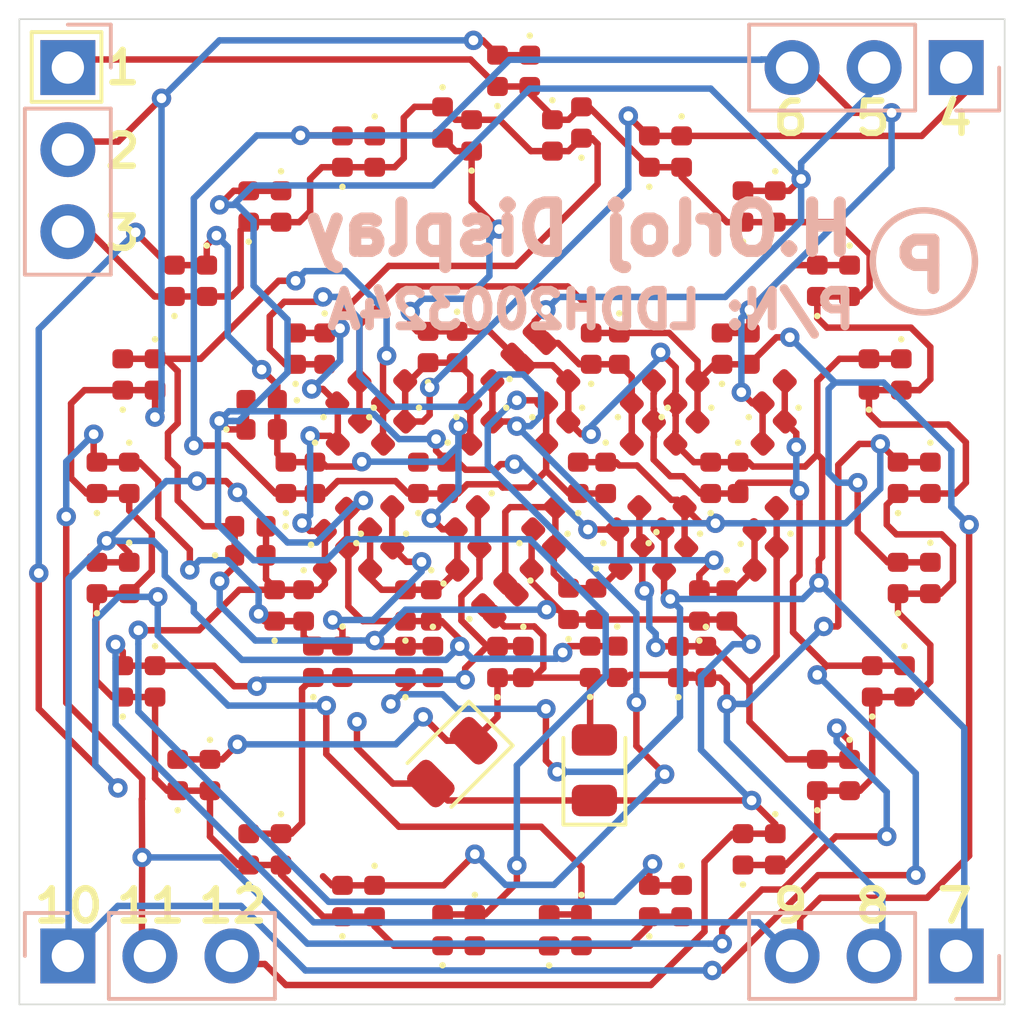
<source format=kicad_pcb>
(kicad_pcb (version 20171130) (host pcbnew "(5.1.5)-3")
  (layers (0 F.Cu signal) (31 B.Cu signal) (34 B.Paste user) (35 F.Paste user) (36 B.SilkS user) (37 F.SilkS user) (38 B.Mask user) (39 F.Mask user) (44 Edge.Cuts user))
  (net 0 "")
  (net 1 PIN_02)
  (net 2 PIN_01)
  (net 3 PIN_07)
  (net 4 PIN_03)
  (net 5 PIN_06)
  (net 6 PIN_04)
  (net 7 PIN_05)
  (net 8 PIN_12)
  (net 9 PIN_11)
  (net 10 PIN_08)
  (net 11 PIN_10)
  (net 12 PIN_09)
  (module Connector_PinHeader_2.54mm:PinHeader_1x03_P2.54mm_Vertical (layer B.Cu) (at 134.06 114.49 270)
    (fp_text reference J4 hide)
    (fp_text value Conn_01x03)
    (pad 3 thru_hole oval (at 0 -5.08 270) (size 1.7 1.7) (drill 1) (layers *.Cu *.Mask) (net 8 PIN_12))
    (pad 2 thru_hole oval (at 0 -2.54 270) (size 1.7 1.7) (drill 1) (layers *.Cu *.Mask) (net 9 PIN_11))
    (pad 1 thru_hole rect (at 0 0 270) (size 1.7 1.7) (drill 1) (layers *.Cu *.Mask) (net 11 PIN_10))
  )
  (module Connector_PinHeader_2.54mm:PinHeader_1x03_P2.54mm_Vertical (layer B.Cu) (at 161.56 114.49 90)
    (fp_text reference J3 hide)
    (fp_text value Conn_01x03)
    (pad 3 thru_hole oval (at 0 -5.08 90) (size 1.7 1.7) (drill 1) (layers *.Cu *.Mask) (net 12 PIN_09))
    (pad 2 thru_hole oval (at 0 -2.54 90) (size 1.7 1.7) (drill 1) (layers *.Cu *.Mask) (net 10 PIN_08))
    (pad 1 thru_hole rect (at 0 0 90) (size 1.7 1.7) (drill 1) (layers *.Cu *.Mask) (net 3 PIN_07))
  )
  (module Connector_PinHeader_2.54mm:PinHeader_1x03_P2.54mm_Vertical (layer B.Cu) (at 161.56 86.99 90)
    (fp_text reference J2 hide)
    (fp_text value Conn_01x03)
    (pad 3 thru_hole oval (at 0 -5.08 90) (size 1.7 1.7) (drill 1) (layers *.Cu *.Mask) (net 5 PIN_06))
    (pad 2 thru_hole oval (at 0 -2.54 90) (size 1.7 1.7) (drill 1) (layers *.Cu *.Mask) (net 7 PIN_05))
    (pad 1 thru_hole rect (at 0 0 90) (size 1.7 1.7) (drill 1) (layers *.Cu *.Mask) (net 6 PIN_04))
  )
  (module Connector_PinHeader_2.54mm:PinHeader_1x03_P2.54mm_Vertical (layer B.Cu) (at 134.06 86.99 180)
    (fp_text reference J1 hide)
    (fp_text value Conn_01x03)
    (pad 3 thru_hole oval (at 0 -5.08 180) (size 1.7 1.7) (drill 1) (layers *.Cu *.Mask) (net 4 PIN_03))
    (pad 2 thru_hole oval (at 0 -2.54 180) (size 1.7 1.7) (drill 1) (layers *.Cu *.Mask) (net 1 PIN_02))
    (pad 1 thru_hole rect (at 0 0 180) (size 1.7 1.7) (drill 1) (layers *.Cu *.Mask) (net 2 PIN_01))
  )
  (module LED_SMD:LED_0805_2012Metric (layer F.Cu) (at 150.36 108.74 90)
    (fp_text reference D122 hide)
    (fp_text value GREEN)
    (pad 2 smd roundrect (at 0.9375 0 90) (size 0.975 1.4) (layers F.Cu F.Paste F.Mask) (net 10 PIN_08))
    (pad 1 smd roundrect (at -0.9375 0 90) (size 0.975 1.4) (layers F.Cu F.Paste F.Mask) (net 8 PIN_12))
  )
  (module LED_SMD:LED_0805_2012Metric (layer F.Cu) (at 145.96 108.49 225)
    (fp_text reference D121 hide)
    (fp_text value RED)
    (pad 2 smd roundrect (at 0.9375 0 225) (size 0.975 1.4) (layers F.Cu F.Paste F.Mask) (net 8 PIN_12))
    (pad 1 smd roundrect (at -0.9375 0 225) (size 0.975 1.4) (layers F.Cu F.Paste F.Mask) (net 10 PIN_08))
  )
  (module LED_SMD:LED_0402_1005Metric (layer F.Cu) (at 153.81 105.39 270)
    (fp_text reference D120 hide)
    (fp_text value GREEN)
    (pad 2 smd roundrect (at 0.485 0 270) (size 0.59 0.64) (layers F.Cu F.Paste F.Mask) (net 10 PIN_08))
    (pad 1 smd roundrect (at -0.485 0 270) (size 0.59 0.64) (layers F.Cu F.Paste F.Mask) (net 9 PIN_11))
  )
  (module LED_SMD:LED_0402_1005Metric (layer F.Cu) (at 152.96 105.39 90)
    (fp_text reference D119 hide)
    (fp_text value RED)
    (pad 2 smd roundrect (at 0.485 0 90) (size 0.59 0.64) (layers F.Cu F.Paste F.Mask) (net 9 PIN_11))
    (pad 1 smd roundrect (at -0.485 0 90) (size 0.59 0.64) (layers F.Cu F.Paste F.Mask) (net 10 PIN_08))
  )
  (module LED_SMD:LED_0402_1005Metric (layer F.Cu) (at 151.0658 105.3844 270)
    (fp_text reference D118 hide)
    (fp_text value GREEN)
    (pad 2 smd roundrect (at 0.485 0 270) (size 0.59 0.64) (layers F.Cu F.Paste F.Mask) (net 10 PIN_08))
    (pad 1 smd roundrect (at -0.485 0 270) (size 0.59 0.64) (layers F.Cu F.Paste F.Mask) (net 11 PIN_10))
  )
  (module LED_SMD:LED_0402_1005Metric (layer F.Cu) (at 150.2276 105.3844 90)
    (fp_text reference D117 hide)
    (fp_text value RED)
    (pad 2 smd roundrect (at 0.485 0 90) (size 0.59 0.64) (layers F.Cu F.Paste F.Mask) (net 11 PIN_10))
    (pad 1 smd roundrect (at -0.485 0 90) (size 0.59 0.64) (layers F.Cu F.Paste F.Mask) (net 10 PIN_08))
  )
  (module LED_SMD:LED_0402_1005Metric (layer F.Cu) (at 148.16 105.39 270)
    (fp_text reference D116 hide)
    (fp_text value GREEN)
    (pad 2 smd roundrect (at 0.485 0 270) (size 0.59 0.64) (layers F.Cu F.Paste F.Mask) (net 10 PIN_08))
    (pad 1 smd roundrect (at -0.485 0 270) (size 0.59 0.64) (layers F.Cu F.Paste F.Mask) (net 12 PIN_09))
  )
  (module LED_SMD:LED_0402_1005Metric (layer F.Cu) (at 147.36 105.39 90)
    (fp_text reference D115 hide)
    (fp_text value RED)
    (pad 2 smd roundrect (at 0.485 0 90) (size 0.59 0.64) (layers F.Cu F.Paste F.Mask) (net 12 PIN_09))
    (pad 1 smd roundrect (at -0.485 0 90) (size 0.59 0.64) (layers F.Cu F.Paste F.Mask) (net 10 PIN_08))
  )
  (module LED_SMD:LED_0402_1005Metric (layer F.Cu) (at 145.36 105.39 270)
    (fp_text reference D114 hide)
    (fp_text value GREEN)
    (pad 2 smd roundrect (at 0.485 0 270) (size 0.59 0.64) (layers F.Cu F.Paste F.Mask) (net 3 PIN_07))
    (pad 1 smd roundrect (at -0.485 0 270) (size 0.59 0.64) (layers F.Cu F.Paste F.Mask) (net 8 PIN_12))
  )
  (module LED_SMD:LED_0402_1005Metric (layer F.Cu) (at 144.51 105.39 90)
    (fp_text reference D113 hide)
    (fp_text value RED)
    (pad 2 smd roundrect (at 0.485 0 90) (size 0.59 0.64) (layers F.Cu F.Paste F.Mask) (net 8 PIN_12))
    (pad 1 smd roundrect (at -0.485 0 90) (size 0.59 0.64) (layers F.Cu F.Paste F.Mask) (net 3 PIN_07))
  )
  (module LED_SMD:LED_0402_1005Metric (layer F.Cu) (at 142.56 105.3844 270)
    (fp_text reference D112 hide)
    (fp_text value GREEN)
    (pad 2 smd roundrect (at 0.485 0 270) (size 0.59 0.64) (layers F.Cu F.Paste F.Mask) (net 3 PIN_07))
    (pad 1 smd roundrect (at -0.485 0 270) (size 0.59 0.64) (layers F.Cu F.Paste F.Mask) (net 9 PIN_11))
  )
  (module LED_SMD:LED_0402_1005Metric (layer F.Cu) (at 141.66 105.3844 90)
    (fp_text reference D111 hide)
    (fp_text value RED)
    (pad 2 smd roundrect (at 0.485 0 90) (size 0.59 0.64) (layers F.Cu F.Paste F.Mask) (net 9 PIN_11))
    (pad 1 smd roundrect (at -0.485 0 90) (size 0.59 0.64) (layers F.Cu F.Paste F.Mask) (net 3 PIN_07))
  )
  (module LED_SMD:LED_0402_1005Metric (layer F.Cu) (at 154.46 103.64 270)
    (fp_text reference D110 hide)
    (fp_text value RED)
    (pad 2 smd roundrect (at 0.485 0 270) (size 0.59 0.64) (layers F.Cu F.Paste F.Mask) (net 8 PIN_12))
    (pad 1 smd roundrect (at -0.485 0 270) (size 0.59 0.64) (layers F.Cu F.Paste F.Mask) (net 5 PIN_06))
  )
  (module LED_SMD:LED_0402_1005Metric (layer F.Cu) (at 150.41 103.59 270)
    (fp_text reference D109 hide)
    (fp_text value RED)
    (pad 2 smd roundrect (at 0.485 0 270) (size 0.59 0.64) (layers F.Cu F.Paste F.Mask) (net 8 PIN_12))
    (pad 1 smd roundrect (at -0.485 0 270) (size 0.59 0.64) (layers F.Cu F.Paste F.Mask) (net 7 PIN_05))
  )
  (module LED_SMD:LED_0402_1005Metric (layer F.Cu) (at 145.31 103.64 270)
    (fp_text reference D108 hide)
    (fp_text value RED)
    (pad 2 smd roundrect (at 0.485 0 270) (size 0.59 0.64) (layers F.Cu F.Paste F.Mask) (net 11 PIN_10))
    (pad 1 smd roundrect (at -0.485 0 270) (size 0.59 0.64) (layers F.Cu F.Paste F.Mask) (net 6 PIN_04))
  )
  (module LED_SMD:LED_0402_1005Metric (layer F.Cu) (at 141.36 103.64 270)
    (fp_text reference D107 hide)
    (fp_text value RED)
    (pad 2 smd roundrect (at 0.485 0 270) (size 0.59 0.64) (layers F.Cu F.Paste F.Mask) (net 9 PIN_11))
    (pad 1 smd roundrect (at -0.485 0 270) (size 0.59 0.64) (layers F.Cu F.Paste F.Mask) (net 4 PIN_03))
  )
  (module LED_SMD:LED_0402_1005Metric (layer F.Cu) (at 153.61 103.64 90)
    (fp_text reference D106 hide)
    (fp_text value GREEN)
    (pad 2 smd roundrect (at 0.485 0 90) (size 0.59 0.64) (layers F.Cu F.Paste F.Mask) (net 5 PIN_06))
    (pad 1 smd roundrect (at -0.485 0 90) (size 0.59 0.64) (layers F.Cu F.Paste F.Mask) (net 8 PIN_12))
  )
  (module LED_SMD:LED_0402_1005Metric (layer F.Cu) (at 149.56 103.59 90)
    (fp_text reference D105 hide)
    (fp_text value GREEN)
    (pad 2 smd roundrect (at 0.485 0 90) (size 0.59 0.64) (layers F.Cu F.Paste F.Mask) (net 7 PIN_05))
    (pad 1 smd roundrect (at -0.485 0 90) (size 0.59 0.64) (layers F.Cu F.Paste F.Mask) (net 8 PIN_12))
  )
  (module LED_SMD:LED_0402_1005Metric (layer F.Cu) (at 144.51 103.64 90)
    (fp_text reference D104 hide)
    (fp_text value GREEN)
    (pad 2 smd roundrect (at 0.485 0 90) (size 0.59 0.64) (layers F.Cu F.Paste F.Mask) (net 6 PIN_04))
    (pad 1 smd roundrect (at -0.485 0 90) (size 0.59 0.64) (layers F.Cu F.Paste F.Mask) (net 11 PIN_10))
  )
  (module LED_SMD:LED_0402_1005Metric (layer F.Cu) (at 140.46 103.64 90)
    (fp_text reference D103 hide)
    (fp_text value GREEN)
    (pad 2 smd roundrect (at 0.485 0 90) (size 0.59 0.64) (layers F.Cu F.Paste F.Mask) (net 4 PIN_03))
    (pad 1 smd roundrect (at -0.485 0 90) (size 0.59 0.64) (layers F.Cu F.Paste F.Mask) (net 9 PIN_11))
  )
  (module LED_SMD:LED_0402_1005Metric (layer F.Cu) (at 155.66 102.19 225)
    (fp_text reference D102 hide)
    (fp_text value GREEN)
    (pad 2 smd roundrect (at 0.485 0 225) (size 0.59 0.64) (layers F.Cu F.Paste F.Mask) (net 5 PIN_06))
    (pad 1 smd roundrect (at -0.485 0 225) (size 0.59 0.64) (layers F.Cu F.Paste F.Mask) (net 9 PIN_11))
  )
  (module LED_SMD:LED_0402_1005Metric (layer F.Cu) (at 155.66 100.9648 45)
    (fp_text reference D101 hide)
    (fp_text value RED)
    (pad 2 smd roundrect (at 0.485 0 45) (size 0.59 0.64) (layers F.Cu F.Paste F.Mask) (net 9 PIN_11))
    (pad 1 smd roundrect (at -0.485 0 45) (size 0.59 0.64) (layers F.Cu F.Paste F.Mask) (net 5 PIN_06))
  )
  (module LED_SMD:LED_0402_1005Metric (layer F.Cu) (at 152.86 102.19 225)
    (fp_text reference D100 hide)
    (fp_text value GREEN)
    (pad 2 smd roundrect (at 0.485 0 225) (size 0.59 0.64) (layers F.Cu F.Paste F.Mask) (net 3 PIN_07))
    (pad 1 smd roundrect (at -0.485 0 225) (size 0.59 0.64) (layers F.Cu F.Paste F.Mask) (net 10 PIN_08))
  )
  (module LED_SMD:LED_0402_1005Metric (layer F.Cu) (at 152.81 100.94 45)
    (fp_text reference D99 hide)
    (fp_text value RED)
    (pad 2 smd roundrect (at 0.485 0 45) (size 0.59 0.64) (layers F.Cu F.Paste F.Mask) (net 10 PIN_08))
    (pad 1 smd roundrect (at -0.485 0 45) (size 0.59 0.64) (layers F.Cu F.Paste F.Mask) (net 3 PIN_07))
  )
  (module LED_SMD:LED_0402_1005Metric (layer F.Cu) (at 151.51 102.14 225)
    (fp_text reference D98 hide)
    (fp_text value GREEN)
    (pad 2 smd roundrect (at 0.485 0 225) (size 0.59 0.64) (layers F.Cu F.Paste F.Mask) (net 7 PIN_05))
    (pad 1 smd roundrect (at -0.485 0 225) (size 0.59 0.64) (layers F.Cu F.Paste F.Mask) (net 9 PIN_11))
  )
  (module LED_SMD:LED_0402_1005Metric (layer F.Cu) (at 151.41 100.94 45)
    (fp_text reference D97 hide)
    (fp_text value RED)
    (pad 2 smd roundrect (at 0.485 0 45) (size 0.59 0.64) (layers F.Cu F.Paste F.Mask) (net 9 PIN_11))
    (pad 1 smd roundrect (at -0.485 0 45) (size 0.59 0.64) (layers F.Cu F.Paste F.Mask) (net 7 PIN_05))
  )
  (module LED_SMD:LED_0402_1005Metric (layer F.Cu) (at 148.81 100.94 45)
    (fp_text reference D96 hide)
    (fp_text value GREEN)
    (pad 2 smd roundrect (at 0.485 0 45) (size 0.59 0.64) (layers F.Cu F.Paste F.Mask) (net 7 PIN_05))
    (pad 1 smd roundrect (at -0.485 0 45) (size 0.59 0.64) (layers F.Cu F.Paste F.Mask) (net 8 PIN_12))
  )
  (module LED_SMD:LED_0402_1005Metric (layer F.Cu) (at 148.76 102.19 225)
    (fp_text reference D95 hide)
    (fp_text value RED)
    (pad 2 smd roundrect (at 0.485 0 225) (size 0.59 0.64) (layers F.Cu F.Paste F.Mask) (net 8 PIN_12))
    (pad 1 smd roundrect (at -0.485 0 225) (size 0.59 0.64) (layers F.Cu F.Paste F.Mask) (net 7 PIN_05))
  )
  (module LED_SMD:LED_0402_1005Metric (layer F.Cu) (at 147.26 103.29 45)
    (fp_text reference D94 hide)
    (fp_text value GREEN)
    (pad 2 smd roundrect (at 0.485 0 45) (size 0.59 0.64) (layers F.Cu F.Paste F.Mask) (net 7 PIN_05))
    (pad 1 smd roundrect (at -0.485 0 45) (size 0.59 0.64) (layers F.Cu F.Paste F.Mask) (net 10 PIN_08))
  )
  (module LED_SMD:LED_0402_1005Metric (layer F.Cu) (at 147.61 103.64 225)
    (fp_text reference D93 hide)
    (fp_text value RED)
    (pad 2 smd roundrect (at 0.485 0 225) (size 0.59 0.64) (layers F.Cu F.Paste F.Mask) (net 10 PIN_08))
    (pad 1 smd roundrect (at -0.485 0 225) (size 0.59 0.64) (layers F.Cu F.Paste F.Mask) (net 7 PIN_05))
  )
  (module LED_SMD:LED_0402_1005Metric (layer F.Cu) (at 146.41 100.94 225)
    (fp_text reference D92 hide)
    (fp_text value GREEN)
    (pad 2 smd roundrect (at 0.485 0 225) (size 0.59 0.64) (layers F.Cu F.Paste F.Mask) (net 6 PIN_04))
    (pad 1 smd roundrect (at -0.485 0 225) (size 0.59 0.64) (layers F.Cu F.Paste F.Mask) (net 12 PIN_09))
  )
  (module LED_SMD:LED_0402_1005Metric (layer F.Cu) (at 146.46 102.19 45)
    (fp_text reference D91 hide)
    (fp_text value RED)
    (pad 2 smd roundrect (at 0.485 0 45) (size 0.59 0.64) (layers F.Cu F.Paste F.Mask) (net 12 PIN_09))
    (pad 1 smd roundrect (at -0.485 0 45) (size 0.59 0.64) (layers F.Cu F.Paste F.Mask) (net 6 PIN_04))
  )
  (module LED_SMD:LED_0402_1005Metric (layer F.Cu) (at 143.76 102.19 225)
    (fp_text reference D90 hide)
    (fp_text value GREEN)
    (pad 2 smd roundrect (at 0.485 0 225) (size 0.59 0.64) (layers F.Cu F.Paste F.Mask) (net 6 PIN_04))
    (pad 1 smd roundrect (at -0.485 0 225) (size 0.59 0.64) (layers F.Cu F.Paste F.Mask) (net 9 PIN_11))
  )
  (module LED_SMD:LED_0402_1005Metric (layer F.Cu) (at 143.76 100.94 45)
    (fp_text reference D89 hide)
    (fp_text value RED)
    (pad 2 smd roundrect (at 0.485 0 45) (size 0.59 0.64) (layers F.Cu F.Paste F.Mask) (net 9 PIN_11))
    (pad 1 smd roundrect (at -0.485 0 45) (size 0.59 0.64) (layers F.Cu F.Paste F.Mask) (net 6 PIN_04))
  )
  (module LED_SMD:LED_0402_1005Metric (layer F.Cu) (at 142.36 102.19 225)
    (fp_text reference D88 hide)
    (fp_text value GREEN)
    (pad 2 smd roundrect (at 0.485 0 225) (size 0.59 0.64) (layers F.Cu F.Paste F.Mask) (net 4 PIN_03))
    (pad 1 smd roundrect (at -0.485 0 225) (size 0.59 0.64) (layers F.Cu F.Paste F.Mask) (net 11 PIN_10))
  )
  (module LED_SMD:LED_0402_1005Metric (layer F.Cu) (at 142.36 100.99 45)
    (fp_text reference D87 hide)
    (fp_text value RED)
    (pad 2 smd roundrect (at 0.485 0 45) (size 0.59 0.64) (layers F.Cu F.Paste F.Mask) (net 11 PIN_10))
    (pad 1 smd roundrect (at -0.485 0 45) (size 0.59 0.64) (layers F.Cu F.Paste F.Mask) (net 4 PIN_03))
  )
  (module LED_SMD:LED_0402_1005Metric (layer F.Cu) (at 139.71 102.09)
    (fp_text reference D86 hide)
    (fp_text value GREEN)
    (pad 2 smd roundrect (at 0.485 0) (size 0.59 0.64) (layers F.Cu F.Paste F.Mask) (net 4 PIN_03))
    (pad 1 smd roundrect (at -0.485 0) (size 0.59 0.64) (layers F.Cu F.Paste F.Mask) (net 8 PIN_12))
  )
  (module LED_SMD:LED_0402_1005Metric (layer F.Cu) (at 139.71 101.19 180)
    (fp_text reference D85 hide)
    (fp_text value RED)
    (pad 2 smd roundrect (at 0.485 0 180) (size 0.59 0.64) (layers F.Cu F.Paste F.Mask) (net 8 PIN_12))
    (pad 1 smd roundrect (at -0.485 0 180) (size 0.59 0.64) (layers F.Cu F.Paste F.Mask) (net 4 PIN_03))
  )
  (module LED_SMD:LED_0402_1005Metric (layer F.Cu) (at 154.81 99.69 270)
    (fp_text reference D84 hide)
    (fp_text value RED)
    (pad 2 smd roundrect (at 0.485 0 270) (size 0.59 0.64) (layers F.Cu F.Paste F.Mask) (net 11 PIN_10))
    (pad 1 smd roundrect (at -0.485 0 270) (size 0.59 0.64) (layers F.Cu F.Paste F.Mask) (net 3 PIN_07))
  )
  (module LED_SMD:LED_0402_1005Metric (layer F.Cu) (at 149.86 99.69 90)
    (fp_text reference D83 hide)
    (fp_text value RED)
    (pad 2 smd roundrect (at 0.485 0 90) (size 0.59 0.64) (layers F.Cu F.Paste F.Mask) (net 10 PIN_08))
    (pad 1 smd roundrect (at -0.485 0 90) (size 0.59 0.64) (layers F.Cu F.Paste F.Mask) (net 5 PIN_06))
  )
  (module LED_SMD:LED_0402_1005Metric (layer F.Cu) (at 145.8184 99.69 270)
    (fp_text reference D82 hide)
    (fp_text value RED)
    (pad 2 smd roundrect (at 0.485 0 270) (size 0.59 0.64) (layers F.Cu F.Paste F.Mask) (net 5 PIN_06))
    (pad 1 smd roundrect (at -0.485 0 270) (size 0.59 0.64) (layers F.Cu F.Paste F.Mask) (net 7 PIN_05))
  )
  (module LED_SMD:LED_0402_1005Metric (layer F.Cu) (at 141.71 99.69 270)
    (fp_text reference D81 hide)
    (fp_text value RED)
    (pad 2 smd roundrect (at 0.485 0 270) (size 0.59 0.64) (layers F.Cu F.Paste F.Mask) (net 5 PIN_06))
    (pad 1 smd roundrect (at -0.485 0 270) (size 0.59 0.64) (layers F.Cu F.Paste F.Mask) (net 6 PIN_04))
  )
  (module LED_SMD:LED_0402_1005Metric (layer F.Cu) (at 153.96 99.69 90)
    (fp_text reference D80 hide)
    (fp_text value GREEN)
    (pad 2 smd roundrect (at 0.485 0 90) (size 0.59 0.64) (layers F.Cu F.Paste F.Mask) (net 3 PIN_07))
    (pad 1 smd roundrect (at -0.485 0 90) (size 0.59 0.64) (layers F.Cu F.Paste F.Mask) (net 11 PIN_10))
  )
  (module LED_SMD:LED_0402_1005Metric (layer F.Cu) (at 150.71 99.69 270)
    (fp_text reference D79 hide)
    (fp_text value GREEN)
    (pad 2 smd roundrect (at 0.485 0 270) (size 0.59 0.64) (layers F.Cu F.Paste F.Mask) (net 5 PIN_06))
    (pad 1 smd roundrect (at -0.485 0 270) (size 0.59 0.64) (layers F.Cu F.Paste F.Mask) (net 10 PIN_08))
  )
  (module LED_SMD:LED_0402_1005Metric (layer F.Cu) (at 144.91 99.69 90)
    (fp_text reference D78 hide)
    (fp_text value GREEN)
    (pad 2 smd roundrect (at 0.485 0 90) (size 0.59 0.64) (layers F.Cu F.Paste F.Mask) (net 7 PIN_05))
    (pad 1 smd roundrect (at -0.485 0 90) (size 0.59 0.64) (layers F.Cu F.Paste F.Mask) (net 5 PIN_06))
  )
  (module LED_SMD:LED_0402_1005Metric (layer F.Cu) (at 140.81 99.69 90)
    (fp_text reference D77 hide)
    (fp_text value GREEN)
    (pad 2 smd roundrect (at 0.485 0 90) (size 0.59 0.64) (layers F.Cu F.Paste F.Mask) (net 6 PIN_04))
    (pad 1 smd roundrect (at -0.485 0 90) (size 0.59 0.64) (layers F.Cu F.Paste F.Mask) (net 5 PIN_06))
  )
  (module LED_SMD:LED_0402_1005Metric (layer F.Cu) (at 155.91 98.29 225)
    (fp_text reference D76 hide)
    (fp_text value GREEN)
    (pad 2 smd roundrect (at 0.485 0 225) (size 0.59 0.64) (layers F.Cu F.Paste F.Mask) (net 5 PIN_06))
    (pad 1 smd roundrect (at -0.485 0 225) (size 0.59 0.64) (layers F.Cu F.Paste F.Mask) (net 11 PIN_10))
  )
  (module LED_SMD:LED_0402_1005Metric (layer F.Cu) (at 155.91 97.04 45)
    (fp_text reference D75 hide)
    (fp_text value RED)
    (pad 2 smd roundrect (at 0.485 0 45) (size 0.59 0.64) (layers F.Cu F.Paste F.Mask) (net 11 PIN_10))
    (pad 1 smd roundrect (at -0.485 0 45) (size 0.59 0.64) (layers F.Cu F.Paste F.Mask) (net 5 PIN_06))
  )
  (module LED_SMD:LED_0402_1005Metric (layer F.Cu) (at 153.21 98.29 225)
    (fp_text reference D74 hide)
    (fp_text value GREEN)
    (pad 2 smd roundrect (at 0.485 0 225) (size 0.59 0.64) (layers F.Cu F.Paste F.Mask) (net 3 PIN_07))
    (pad 1 smd roundrect (at -0.485 0 225) (size 0.59 0.64) (layers F.Cu F.Paste F.Mask) (net 12 PIN_09))
  )
  (module LED_SMD:LED_0402_1005Metric (layer F.Cu) (at 153.21 97.04 45)
    (fp_text reference D73 hide)
    (fp_text value RED)
    (pad 2 smd roundrect (at 0.485 0 45) (size 0.59 0.64) (layers F.Cu F.Paste F.Mask) (net 12 PIN_09))
    (pad 1 smd roundrect (at -0.485 0 45) (size 0.59 0.64) (layers F.Cu F.Paste F.Mask) (net 3 PIN_07))
  )
  (module LED_SMD:LED_0402_1005Metric (layer F.Cu) (at 151.86 98.29 225)
    (fp_text reference D72 hide)
    (fp_text value GREEN)
    (pad 2 smd roundrect (at 0.485 0 225) (size 0.59 0.64) (layers F.Cu F.Paste F.Mask) (net 7 PIN_05))
    (pad 1 smd roundrect (at -0.485 0 225) (size 0.59 0.64) (layers F.Cu F.Paste F.Mask) (net 11 PIN_10))
  )
  (module LED_SMD:LED_0402_1005Metric (layer F.Cu) (at 151.86 97.04 45)
    (fp_text reference D71 hide)
    (fp_text value RED)
    (pad 2 smd roundrect (at 0.485 0 45) (size 0.59 0.64) (layers F.Cu F.Paste F.Mask) (net 11 PIN_10))
    (pad 1 smd roundrect (at -0.485 0 45) (size 0.59 0.64) (layers F.Cu F.Paste F.Mask) (net 7 PIN_05))
  )
  (module LED_SMD:LED_0402_1005Metric (layer F.Cu) (at 149.21 98.29 225)
    (fp_text reference D70 hide)
    (fp_text value GREEN)
    (pad 2 smd roundrect (at 0.485 0 225) (size 0.59 0.64) (layers F.Cu F.Paste F.Mask) (net 5 PIN_06))
    (pad 1 smd roundrect (at -0.485 0 225) (size 0.59 0.64) (layers F.Cu F.Paste F.Mask) (net 3 PIN_07))
  )
  (module LED_SMD:LED_0402_1005Metric (layer F.Cu) (at 149.21 97.04 45)
    (fp_text reference D69 hide)
    (fp_text value RED)
    (pad 2 smd roundrect (at 0.485 0 45) (size 0.59 0.64) (layers F.Cu F.Paste F.Mask) (net 3 PIN_07))
    (pad 1 smd roundrect (at -0.485 0 45) (size 0.59 0.64) (layers F.Cu F.Paste F.Mask) (net 5 PIN_06))
  )
  (module LED_SMD:LED_0402_1005Metric (layer F.Cu) (at 148.50548 95.86008 45)
    (fp_text reference D68 hide)
    (fp_text value GREEN)
    (pad 2 smd roundrect (at 0.485 0 45) (size 0.59 0.64) (layers F.Cu F.Paste F.Mask) (net 7 PIN_05))
    (pad 1 smd roundrect (at -0.485 0 45) (size 0.59 0.64) (layers F.Cu F.Paste F.Mask) (net 3 PIN_07))
  )
  (module LED_SMD:LED_0402_1005Metric (layer F.Cu) (at 148.167053 95.532947 225)
    (fp_text reference D67 hide)
    (fp_text value RED)
    (pad 2 smd roundrect (at 0.485 0 225) (size 0.59 0.64) (layers F.Cu F.Paste F.Mask) (net 3 PIN_07))
    (pad 1 smd roundrect (at -0.485 0 225) (size 0.59 0.64) (layers F.Cu F.Paste F.Mask) (net 7 PIN_05))
  )
  (module LED_SMD:LED_0402_1005Metric (layer F.Cu) (at 146.86 98.29 225)
    (fp_text reference D66 hide)
    (fp_text value GREEN)
    (pad 2 smd roundrect (at 0.485 0 225) (size 0.59 0.64) (layers F.Cu F.Paste F.Mask) (net 6 PIN_04))
    (pad 1 smd roundrect (at -0.485 0 225) (size 0.59 0.64) (layers F.Cu F.Paste F.Mask) (net 10 PIN_08))
  )
  (module LED_SMD:LED_0402_1005Metric (layer F.Cu) (at 146.86 97.04 45)
    (fp_text reference D65 hide)
    (fp_text value RED)
    (pad 2 smd roundrect (at 0.485 0 45) (size 0.59 0.64) (layers F.Cu F.Paste F.Mask) (net 10 PIN_08))
    (pad 1 smd roundrect (at -0.485 0 45) (size 0.59 0.64) (layers F.Cu F.Paste F.Mask) (net 6 PIN_04))
  )
  (module LED_SMD:LED_0402_1005Metric (layer F.Cu) (at 144.16 97.04 45)
    (fp_text reference D64 hide)
    (fp_text value GREEN)
    (pad 2 smd roundrect (at 0.485 0 45) (size 0.59 0.64) (layers F.Cu F.Paste F.Mask) (net 6 PIN_04))
    (pad 1 smd roundrect (at -0.485 0 45) (size 0.59 0.64) (layers F.Cu F.Paste F.Mask) (net 8 PIN_12))
  )
  (module LED_SMD:LED_0402_1005Metric (layer F.Cu) (at 144.16 98.29 225)
    (fp_text reference D63 hide)
    (fp_text value RED)
    (pad 2 smd roundrect (at 0.485 0 225) (size 0.59 0.64) (layers F.Cu F.Paste F.Mask) (net 8 PIN_12))
    (pad 1 smd roundrect (at -0.485 0 225) (size 0.59 0.64) (layers F.Cu F.Paste F.Mask) (net 6 PIN_04))
  )
  (module LED_SMD:LED_0402_1005Metric (layer F.Cu) (at 142.76 98.29 225)
    (fp_text reference D62 hide)
    (fp_text value GREEN)
    (pad 2 smd roundrect (at 0.485 0 225) (size 0.59 0.64) (layers F.Cu F.Paste F.Mask) (net 4 PIN_03))
    (pad 1 smd roundrect (at -0.485 0 225) (size 0.59 0.64) (layers F.Cu F.Paste F.Mask) (net 12 PIN_09))
  )
  (module LED_SMD:LED_0402_1005Metric (layer F.Cu) (at 142.745 97.04 45)
    (fp_text reference D61 hide)
    (fp_text value RED)
    (pad 2 smd roundrect (at 0.485 0 45) (size 0.59 0.64) (layers F.Cu F.Paste F.Mask) (net 12 PIN_09))
    (pad 1 smd roundrect (at -0.485 0 45) (size 0.59 0.64) (layers F.Cu F.Paste F.Mask) (net 4 PIN_03))
  )
  (module LED_SMD:LED_0402_1005Metric (layer F.Cu) (at 140.06 98.19)
    (fp_text reference D60 hide)
    (fp_text value GREEN)
    (pad 2 smd roundrect (at 0.485 0) (size 0.59 0.64) (layers F.Cu F.Paste F.Mask) (net 6 PIN_04))
    (pad 1 smd roundrect (at -0.485 0) (size 0.59 0.64) (layers F.Cu F.Paste F.Mask) (net 7 PIN_05))
  )
  (module LED_SMD:LED_0402_1005Metric (layer F.Cu) (at 140.06 97.29 180)
    (fp_text reference D59 hide)
    (fp_text value RED)
    (pad 2 smd roundrect (at 0.485 0 180) (size 0.59 0.64) (layers F.Cu F.Paste F.Mask) (net 7 PIN_05))
    (pad 1 smd roundrect (at -0.485 0 180) (size 0.59 0.64) (layers F.Cu F.Paste F.Mask) (net 6 PIN_04))
  )
  (module LED_SMD:LED_0402_1005Metric (layer F.Cu) (at 155.16 95.69 270)
    (fp_text reference D58 hide)
    (fp_text value RED)
    (pad 2 smd roundrect (at 0.485 0 270) (size 0.59 0.64) (layers F.Cu F.Paste F.Mask) (net 12 PIN_09))
    (pad 1 smd roundrect (at -0.485 0 270) (size 0.59 0.64) (layers F.Cu F.Paste F.Mask) (net 5 PIN_06))
  )
  (module LED_SMD:LED_0402_1005Metric (layer F.Cu) (at 150.26 95.69 90)
    (fp_text reference D57 hide)
    (fp_text value RED)
    (pad 2 smd roundrect (at 0.485 0 90) (size 0.59 0.64) (layers F.Cu F.Paste F.Mask) (net 12 PIN_09))
    (pad 1 smd roundrect (at -0.485 0 90) (size 0.59 0.64) (layers F.Cu F.Paste F.Mask) (net 7 PIN_05))
  )
  (module LED_SMD:LED_0402_1005Metric (layer F.Cu) (at 145.21 95.64 90)
    (fp_text reference D56 hide)
    (fp_text value RED)
    (pad 2 smd roundrect (at 0.485 0 90) (size 0.59 0.64) (layers F.Cu F.Paste F.Mask) (net 3 PIN_07))
    (pad 1 smd roundrect (at -0.485 0 90) (size 0.59 0.64) (layers F.Cu F.Paste F.Mask) (net 6 PIN_04))
  )
  (module LED_SMD:LED_0402_1005Metric (layer F.Cu) (at 142.01 95.69 270)
    (fp_text reference D55 hide)
    (fp_text value RED)
    (pad 2 smd roundrect (at 0.485 0 270) (size 0.59 0.64) (layers F.Cu F.Paste F.Mask) (net 10 PIN_08))
    (pad 1 smd roundrect (at -0.485 0 270) (size 0.59 0.64) (layers F.Cu F.Paste F.Mask) (net 4 PIN_03))
  )
  (module LED_SMD:LED_0402_1005Metric (layer F.Cu) (at 154.31 95.69 90)
    (fp_text reference D54 hide)
    (fp_text value GREEN)
    (pad 2 smd roundrect (at 0.485 0 90) (size 0.59 0.64) (layers F.Cu F.Paste F.Mask) (net 5 PIN_06))
    (pad 1 smd roundrect (at -0.485 0 90) (size 0.59 0.64) (layers F.Cu F.Paste F.Mask) (net 12 PIN_09))
  )
  (module LED_SMD:LED_0402_1005Metric (layer F.Cu) (at 151.1304 95.69 270)
    (fp_text reference D53 hide)
    (fp_text value GREEN)
    (pad 2 smd roundrect (at 0.485 0 270) (size 0.59 0.64) (layers F.Cu F.Paste F.Mask) (net 7 PIN_05))
    (pad 1 smd roundrect (at -0.485 0 270) (size 0.59 0.64) (layers F.Cu F.Paste F.Mask) (net 12 PIN_09))
  )
  (module LED_SMD:LED_0402_1005Metric (layer F.Cu) (at 146.11 95.64 270)
    (fp_text reference D52 hide)
    (fp_text value GREEN)
    (pad 2 smd roundrect (at 0.485 0 270) (size 0.59 0.64) (layers F.Cu F.Paste F.Mask) (net 6 PIN_04))
    (pad 1 smd roundrect (at -0.485 0 270) (size 0.59 0.64) (layers F.Cu F.Paste F.Mask) (net 3 PIN_07))
  )
  (module LED_SMD:LED_0402_1005Metric (layer F.Cu) (at 141.11 95.69 90)
    (fp_text reference D51 hide)
    (fp_text value GREEN)
    (pad 2 smd roundrect (at 0.485 0 90) (size 0.59 0.64) (layers F.Cu F.Paste F.Mask) (net 4 PIN_03))
    (pad 1 smd roundrect (at -0.485 0 90) (size 0.59 0.64) (layers F.Cu F.Paste F.Mask) (net 10 PIN_08))
  )
  (module LED_SMD:LED_0402_1005Metric (layer F.Cu) (at 149.96 113.69 270)
    (fp_text reference D50 hide)
    (fp_text value GREEN)
    (pad 2 smd roundrect (at 0.485 0 270) (size 0.59 0.64) (layers F.Cu F.Paste F.Mask) (net 1 PIN_02))
    (pad 1 smd roundrect (at -0.485 0 270) (size 0.59 0.64) (layers F.Cu F.Paste F.Mask) (net 6 PIN_04))
  )
  (module LED_SMD:LED_0402_1005Metric (layer F.Cu) (at 148.96 113.69528 90)
    (fp_text reference D49 hide)
    (fp_text value RED)
    (pad 2 smd roundrect (at 0.485 0 90) (size 0.59 0.64) (layers F.Cu F.Paste F.Mask) (net 6 PIN_04))
    (pad 1 smd roundrect (at -0.485 0 90) (size 0.59 0.64) (layers F.Cu F.Paste F.Mask) (net 1 PIN_02))
  )
  (module LED_SMD:LED_0402_1005Metric (layer F.Cu) (at 146.66 113.69 270)
    (fp_text reference D48 hide)
    (fp_text value GREEN)
    (pad 2 smd roundrect (at 0.485 0 270) (size 0.59 0.64) (layers F.Cu F.Paste F.Mask) (net 1 PIN_02))
    (pad 1 smd roundrect (at -0.485 0 270) (size 0.59 0.64) (layers F.Cu F.Paste F.Mask) (net 7 PIN_05))
  )
  (module LED_SMD:LED_0402_1005Metric (layer F.Cu) (at 145.66 113.69 90)
    (fp_text reference D47 hide)
    (fp_text value RED)
    (pad 2 smd roundrect (at 0.485 0 90) (size 0.59 0.64) (layers F.Cu F.Paste F.Mask) (net 7 PIN_05))
    (pad 1 smd roundrect (at -0.485 0 90) (size 0.59 0.64) (layers F.Cu F.Paste F.Mask) (net 1 PIN_02))
  )
  (module LED_SMD:LED_0402_1005Metric (layer F.Cu) (at 153.06 112.79 270)
    (fp_text reference D46 hide)
    (fp_text value GREEN)
    (pad 2 smd roundrect (at 0.485 0 270) (size 0.59 0.64) (layers F.Cu F.Paste F.Mask) (net 1 PIN_02))
    (pad 1 smd roundrect (at -0.485 0 270) (size 0.59 0.64) (layers F.Cu F.Paste F.Mask) (net 4 PIN_03))
  )
  (module LED_SMD:LED_0402_1005Metric (layer F.Cu) (at 152.06 112.79 90)
    (fp_text reference D45 hide)
    (fp_text value RED)
    (pad 2 smd roundrect (at 0.485 0 90) (size 0.59 0.64) (layers F.Cu F.Paste F.Mask) (net 4 PIN_03))
    (pad 1 smd roundrect (at -0.485 0 90) (size 0.59 0.64) (layers F.Cu F.Paste F.Mask) (net 1 PIN_02))
  )
  (module LED_SMD:LED_0402_1005Metric (layer F.Cu) (at 143.55516 112.79 270)
    (fp_text reference D44 hide)
    (fp_text value GREEN)
    (pad 2 smd roundrect (at 0.485 0 270) (size 0.59 0.64) (layers F.Cu F.Paste F.Mask) (net 1 PIN_02))
    (pad 1 smd roundrect (at -0.485 0 270) (size 0.59 0.64) (layers F.Cu F.Paste F.Mask) (net 5 PIN_06))
  )
  (module LED_SMD:LED_0402_1005Metric (layer F.Cu) (at 142.56 112.79 90)
    (fp_text reference D43 hide)
    (fp_text value RED)
    (pad 2 smd roundrect (at 0.485 0 90) (size 0.59 0.64) (layers F.Cu F.Paste F.Mask) (net 5 PIN_06))
    (pad 1 smd roundrect (at -0.485 0 90) (size 0.59 0.64) (layers F.Cu F.Paste F.Mask) (net 1 PIN_02))
  )
  (module LED_SMD:LED_0402_1005Metric (layer F.Cu) (at 155.96 111.19 270)
    (fp_text reference D42 hide)
    (fp_text value GREEN)
    (pad 2 smd roundrect (at 0.485 0 270) (size 0.59 0.64) (layers F.Cu F.Paste F.Mask) (net 2 PIN_01))
    (pad 1 smd roundrect (at -0.485 0 270) (size 0.59 0.64) (layers F.Cu F.Paste F.Mask) (net 8 PIN_12))
  )
  (module LED_SMD:LED_0402_1005Metric (layer F.Cu) (at 154.96 111.19 90)
    (fp_text reference D41 hide)
    (fp_text value RED)
    (pad 2 smd roundrect (at 0.485 0 90) (size 0.59 0.64) (layers F.Cu F.Paste F.Mask) (net 8 PIN_12))
    (pad 1 smd roundrect (at -0.485 0 90) (size 0.59 0.64) (layers F.Cu F.Paste F.Mask) (net 2 PIN_01))
  )
  (module LED_SMD:LED_0402_1005Metric (layer F.Cu) (at 140.66 111.19 270)
    (fp_text reference D40 hide)
    (fp_text value GREEN)
    (pad 2 smd roundrect (at 0.485 0 270) (size 0.59 0.64) (layers F.Cu F.Paste F.Mask) (net 1 PIN_02))
    (pad 1 smd roundrect (at -0.485 0 270) (size 0.59 0.64) (layers F.Cu F.Paste F.Mask) (net 3 PIN_07))
  )
  (module LED_SMD:LED_0402_1005Metric (layer F.Cu) (at 139.66 111.19 90)
    (fp_text reference D39 hide)
    (fp_text value RED)
    (pad 2 smd roundrect (at 0.485 0 90) (size 0.59 0.64) (layers F.Cu F.Paste F.Mask) (net 3 PIN_07))
    (pad 1 smd roundrect (at -0.485 0 90) (size 0.59 0.64) (layers F.Cu F.Paste F.Mask) (net 1 PIN_02))
  )
  (module LED_SMD:LED_0402_1005Metric (layer F.Cu) (at 158.26 108.89 270)
    (fp_text reference D38 hide)
    (fp_text value GREEN)
    (pad 2 smd roundrect (at 0.485 0 270) (size 0.59 0.64) (layers F.Cu F.Paste F.Mask) (net 2 PIN_01))
    (pad 1 smd roundrect (at -0.485 0 270) (size 0.59 0.64) (layers F.Cu F.Paste F.Mask) (net 9 PIN_11))
  )
  (module LED_SMD:LED_0402_1005Metric (layer F.Cu) (at 157.26 108.89 90)
    (fp_text reference D37 hide)
    (fp_text value RED)
    (pad 2 smd roundrect (at 0.485 0 90) (size 0.59 0.64) (layers F.Cu F.Paste F.Mask) (net 9 PIN_11))
    (pad 1 smd roundrect (at -0.485 0 90) (size 0.59 0.64) (layers F.Cu F.Paste F.Mask) (net 2 PIN_01))
  )
  (module LED_SMD:LED_0402_1005Metric (layer F.Cu) (at 138.46 108.89 270)
    (fp_text reference D36 hide)
    (fp_text value GREEN)
    (pad 2 smd roundrect (at 0.485 0 270) (size 0.59 0.64) (layers F.Cu F.Paste F.Mask) (net 1 PIN_02))
    (pad 1 smd roundrect (at -0.485 0 270) (size 0.59 0.64) (layers F.Cu F.Paste F.Mask) (net 10 PIN_08))
  )
  (module LED_SMD:LED_0402_1005Metric (layer F.Cu) (at 137.46 108.89 90)
    (fp_text reference D35 hide)
    (fp_text value RED)
    (pad 2 smd roundrect (at 0.485 0 90) (size 0.59 0.64) (layers F.Cu F.Paste F.Mask) (net 10 PIN_08))
    (pad 1 smd roundrect (at -0.485 0 90) (size 0.59 0.64) (layers F.Cu F.Paste F.Mask) (net 1 PIN_02))
  )
  (module LED_SMD:LED_0402_1005Metric (layer F.Cu) (at 159.96 105.99 270)
    (fp_text reference D34 hide)
    (fp_text value GREEN)
    (pad 2 smd roundrect (at 0.485 0 270) (size 0.59 0.64) (layers F.Cu F.Paste F.Mask) (net 2 PIN_01))
    (pad 1 smd roundrect (at -0.485 0 270) (size 0.59 0.64) (layers F.Cu F.Paste F.Mask) (net 11 PIN_10))
  )
  (module LED_SMD:LED_0402_1005Metric (layer F.Cu) (at 158.96 105.99 90)
    (fp_text reference D33 hide)
    (fp_text value RED)
    (pad 2 smd roundrect (at 0.485 0 90) (size 0.59 0.64) (layers F.Cu F.Paste F.Mask) (net 11 PIN_10))
    (pad 1 smd roundrect (at -0.485 0 90) (size 0.59 0.64) (layers F.Cu F.Paste F.Mask) (net 2 PIN_01))
  )
  (module LED_SMD:LED_0402_1005Metric (layer F.Cu) (at 136.76 105.99 270)
    (fp_text reference D32 hide)
    (fp_text value GREEN)
    (pad 2 smd roundrect (at 0.485 0 270) (size 0.59 0.64) (layers F.Cu F.Paste F.Mask) (net 1 PIN_02))
    (pad 1 smd roundrect (at -0.485 0 270) (size 0.59 0.64) (layers F.Cu F.Paste F.Mask) (net 12 PIN_09))
  )
  (module LED_SMD:LED_0402_1005Metric (layer F.Cu) (at 135.76 105.99 90)
    (fp_text reference D31 hide)
    (fp_text value RED)
    (pad 2 smd roundrect (at 0.485 0 90) (size 0.59 0.64) (layers F.Cu F.Paste F.Mask) (net 12 PIN_09))
    (pad 1 smd roundrect (at -0.485 0 90) (size 0.59 0.64) (layers F.Cu F.Paste F.Mask) (net 1 PIN_02))
  )
  (module LED_SMD:LED_0402_1005Metric (layer F.Cu) (at 160.76 102.79 270)
    (fp_text reference D30 hide)
    (fp_text value GREEN)
    (pad 2 smd roundrect (at 0.485 0 270) (size 0.59 0.64) (layers F.Cu F.Paste F.Mask) (net 2 PIN_01))
    (pad 1 smd roundrect (at -0.485 0 270) (size 0.59 0.64) (layers F.Cu F.Paste F.Mask) (net 12 PIN_09))
  )
  (module LED_SMD:LED_0402_1005Metric (layer F.Cu) (at 159.76 102.79 90)
    (fp_text reference D29 hide)
    (fp_text value RED)
    (pad 2 smd roundrect (at 0.485 0 90) (size 0.59 0.64) (layers F.Cu F.Paste F.Mask) (net 12 PIN_09))
    (pad 1 smd roundrect (at -0.485 0 90) (size 0.59 0.64) (layers F.Cu F.Paste F.Mask) (net 2 PIN_01))
  )
  (module LED_SMD:LED_0402_1005Metric (layer F.Cu) (at 135.96 102.79 270)
    (fp_text reference D28 hide)
    (fp_text value GREEN)
    (pad 2 smd roundrect (at 0.485 0 270) (size 0.59 0.64) (layers F.Cu F.Paste F.Mask) (net 1 PIN_02))
    (pad 1 smd roundrect (at -0.485 0 270) (size 0.59 0.64) (layers F.Cu F.Paste F.Mask) (net 11 PIN_10))
  )
  (module LED_SMD:LED_0402_1005Metric (layer F.Cu) (at 134.96 102.79 90)
    (fp_text reference D27 hide)
    (fp_text value RED)
    (pad 2 smd roundrect (at 0.485 0 90) (size 0.59 0.64) (layers F.Cu F.Paste F.Mask) (net 11 PIN_10))
    (pad 1 smd roundrect (at -0.485 0 90) (size 0.59 0.64) (layers F.Cu F.Paste F.Mask) (net 1 PIN_02))
  )
  (module LED_SMD:LED_0402_1005Metric (layer F.Cu) (at 160.76 99.69 270)
    (fp_text reference D26 hide)
    (fp_text value GREEN)
    (pad 2 smd roundrect (at 0.485 0 270) (size 0.59 0.64) (layers F.Cu F.Paste F.Mask) (net 2 PIN_01))
    (pad 1 smd roundrect (at -0.485 0 270) (size 0.59 0.64) (layers F.Cu F.Paste F.Mask) (net 10 PIN_08))
  )
  (module LED_SMD:LED_0402_1005Metric (layer F.Cu) (at 159.76 99.69 90)
    (fp_text reference D25 hide)
    (fp_text value RED)
    (pad 2 smd roundrect (at 0.485 0 90) (size 0.59 0.64) (layers F.Cu F.Paste F.Mask) (net 10 PIN_08))
    (pad 1 smd roundrect (at -0.485 0 90) (size 0.59 0.64) (layers F.Cu F.Paste F.Mask) (net 2 PIN_01))
  )
  (module LED_SMD:LED_0402_1005Metric (layer F.Cu) (at 135.96 99.69 270)
    (fp_text reference D24 hide)
    (fp_text value GREEN)
    (pad 2 smd roundrect (at 0.485 0 270) (size 0.59 0.64) (layers F.Cu F.Paste F.Mask) (net 1 PIN_02))
    (pad 1 smd roundrect (at -0.485 0 270) (size 0.59 0.64) (layers F.Cu F.Paste F.Mask) (net 9 PIN_11))
  )
  (module LED_SMD:LED_0402_1005Metric (layer F.Cu) (at 134.96 99.69 90)
    (fp_text reference D23 hide)
    (fp_text value RED)
    (pad 2 smd roundrect (at 0.485 0 90) (size 0.59 0.64) (layers F.Cu F.Paste F.Mask) (net 9 PIN_11))
    (pad 1 smd roundrect (at -0.485 0 90) (size 0.59 0.64) (layers F.Cu F.Paste F.Mask) (net 1 PIN_02))
  )
  (module LED_SMD:LED_0402_1005Metric (layer F.Cu) (at 159.86 96.49 270)
    (fp_text reference D22 hide)
    (fp_text value GREEN)
    (pad 2 smd roundrect (at 0.485 0 270) (size 0.59 0.64) (layers F.Cu F.Paste F.Mask) (net 2 PIN_01))
    (pad 1 smd roundrect (at -0.485 0 270) (size 0.59 0.64) (layers F.Cu F.Paste F.Mask) (net 3 PIN_07))
  )
  (module LED_SMD:LED_0402_1005Metric (layer F.Cu) (at 158.86 96.49 90)
    (fp_text reference D21 hide)
    (fp_text value RED)
    (pad 2 smd roundrect (at 0.485 0 90) (size 0.59 0.64) (layers F.Cu F.Paste F.Mask) (net 3 PIN_07))
    (pad 1 smd roundrect (at -0.485 0 90) (size 0.59 0.64) (layers F.Cu F.Paste F.Mask) (net 2 PIN_01))
  )
  (module LED_SMD:LED_0402_1005Metric (layer F.Cu) (at 136.76 96.49 270)
    (fp_text reference D20 hide)
    (fp_text value GREEN)
    (pad 2 smd roundrect (at 0.485 0 270) (size 0.59 0.64) (layers F.Cu F.Paste F.Mask) (net 1 PIN_02))
    (pad 1 smd roundrect (at -0.485 0 270) (size 0.59 0.64) (layers F.Cu F.Paste F.Mask) (net 8 PIN_12))
  )
  (module LED_SMD:LED_0402_1005Metric (layer F.Cu) (at 135.76 96.49 90)
    (fp_text reference D19 hide)
    (fp_text value RED)
    (pad 2 smd roundrect (at 0.485 0 90) (size 0.59 0.64) (layers F.Cu F.Paste F.Mask) (net 8 PIN_12))
    (pad 1 smd roundrect (at -0.485 0 90) (size 0.59 0.64) (layers F.Cu F.Paste F.Mask) (net 1 PIN_02))
  )
  (module LED_SMD:LED_0402_1005Metric (layer F.Cu) (at 158.26 93.59 270)
    (fp_text reference D18 hide)
    (fp_text value GREEN)
    (pad 2 smd roundrect (at 0.485 0 270) (size 0.59 0.64) (layers F.Cu F.Paste F.Mask) (net 2 PIN_01))
    (pad 1 smd roundrect (at -0.485 0 270) (size 0.59 0.64) (layers F.Cu F.Paste F.Mask) (net 5 PIN_06))
  )
  (module LED_SMD:LED_0402_1005Metric (layer F.Cu) (at 157.26 93.59 90)
    (fp_text reference D17 hide)
    (fp_text value RED)
    (pad 2 smd roundrect (at 0.485 0 90) (size 0.59 0.64) (layers F.Cu F.Paste F.Mask) (net 5 PIN_06))
    (pad 1 smd roundrect (at -0.485 0 90) (size 0.59 0.64) (layers F.Cu F.Paste F.Mask) (net 2 PIN_01))
  )
  (module LED_SMD:LED_0402_1005Metric (layer F.Cu) (at 138.36 93.59 270)
    (fp_text reference D16 hide)
    (fp_text value GREEN)
    (pad 2 smd roundrect (at 0.485 0 270) (size 0.59 0.64) (layers F.Cu F.Paste F.Mask) (net 4 PIN_03))
    (pad 1 smd roundrect (at -0.485 0 270) (size 0.59 0.64) (layers F.Cu F.Paste F.Mask) (net 6 PIN_04))
  )
  (module LED_SMD:LED_0402_1005Metric (layer F.Cu) (at 137.36 93.59 90)
    (fp_text reference D15 hide)
    (fp_text value RED)
    (pad 2 smd roundrect (at 0.485 0 90) (size 0.59 0.64) (layers F.Cu F.Paste F.Mask) (net 6 PIN_04))
    (pad 1 smd roundrect (at -0.485 0 90) (size 0.59 0.64) (layers F.Cu F.Paste F.Mask) (net 4 PIN_03))
  )
  (module LED_SMD:LED_0402_1005Metric (layer F.Cu) (at 155.96 91.29 270)
    (fp_text reference D14 hide)
    (fp_text value GREEN)
    (pad 2 smd roundrect (at 0.485 0 270) (size 0.59 0.64) (layers F.Cu F.Paste F.Mask) (net 2 PIN_01))
    (pad 1 smd roundrect (at -0.485 0 270) (size 0.59 0.64) (layers F.Cu F.Paste F.Mask) (net 7 PIN_05))
  )
  (module LED_SMD:LED_0402_1005Metric (layer F.Cu) (at 154.96 91.29 90)
    (fp_text reference D13 hide)
    (fp_text value RED)
    (pad 2 smd roundrect (at 0.485 0 90) (size 0.59 0.64) (layers F.Cu F.Paste F.Mask) (net 7 PIN_05))
    (pad 1 smd roundrect (at -0.485 0 90) (size 0.59 0.64) (layers F.Cu F.Paste F.Mask) (net 2 PIN_01))
  )
  (module LED_SMD:LED_0402_1005Metric (layer F.Cu) (at 140.66 91.29 270)
    (fp_text reference D12 hide)
    (fp_text value GREEN)
    (pad 2 smd roundrect (at 0.485 0 270) (size 0.59 0.64) (layers F.Cu F.Paste F.Mask) (net 4 PIN_03))
    (pad 1 smd roundrect (at -0.485 0 270) (size 0.59 0.64) (layers F.Cu F.Paste F.Mask) (net 7 PIN_05))
  )
  (module LED_SMD:LED_0402_1005Metric (layer F.Cu) (at 139.66 91.29 90)
    (fp_text reference D11 hide)
    (fp_text value RED)
    (pad 2 smd roundrect (at 0.485 0 90) (size 0.59 0.64) (layers F.Cu F.Paste F.Mask) (net 7 PIN_05))
    (pad 1 smd roundrect (at -0.485 0 90) (size 0.59 0.64) (layers F.Cu F.Paste F.Mask) (net 4 PIN_03))
  )
  (module LED_SMD:LED_0402_1005Metric (layer F.Cu) (at 153.06 89.59 270)
    (fp_text reference D10 hide)
    (fp_text value GREEN)
    (pad 2 smd roundrect (at 0.485 0 270) (size 0.59 0.64) (layers F.Cu F.Paste F.Mask) (net 2 PIN_01))
    (pad 1 smd roundrect (at -0.485 0 270) (size 0.59 0.64) (layers F.Cu F.Paste F.Mask) (net 6 PIN_04))
  )
  (module LED_SMD:LED_0402_1005Metric (layer F.Cu) (at 152.06 89.59 90)
    (fp_text reference D9 hide)
    (fp_text value RED)
    (pad 2 smd roundrect (at 0.485 0 90) (size 0.59 0.64) (layers F.Cu F.Paste F.Mask) (net 6 PIN_04))
    (pad 1 smd roundrect (at -0.485 0 90) (size 0.59 0.64) (layers F.Cu F.Paste F.Mask) (net 2 PIN_01))
  )
  (module LED_SMD:LED_0402_1005Metric (layer F.Cu) (at 143.56 89.59 270)
    (fp_text reference D8 hide)
    (fp_text value GREEN)
    (pad 2 smd roundrect (at 0.485 0 270) (size 0.59 0.64) (layers F.Cu F.Paste F.Mask) (net 4 PIN_03))
    (pad 1 smd roundrect (at -0.485 0 270) (size 0.59 0.64) (layers F.Cu F.Paste F.Mask) (net 5 PIN_06))
  )
  (module LED_SMD:LED_0402_1005Metric (layer F.Cu) (at 142.56 89.59 90)
    (fp_text reference D7 hide)
    (fp_text value RED)
    (pad 2 smd roundrect (at 0.485 0 90) (size 0.59 0.64) (layers F.Cu F.Paste F.Mask) (net 5 PIN_06))
    (pad 1 smd roundrect (at -0.485 0 90) (size 0.59 0.64) (layers F.Cu F.Paste F.Mask) (net 4 PIN_03))
  )
  (module LED_SMD:LED_0402_1005Metric (layer F.Cu) (at 149.96 88.69 90)
    (fp_text reference D6 hide)
    (fp_text value GREEN)
    (pad 2 smd roundrect (at 0.485 0 90) (size 0.59 0.64) (layers F.Cu F.Paste F.Mask) (net 2 PIN_01))
    (pad 1 smd roundrect (at -0.485 0 90) (size 0.59 0.64) (layers F.Cu F.Paste F.Mask) (net 4 PIN_03))
  )
  (module LED_SMD:LED_0402_1005Metric (layer F.Cu) (at 149.06 89.09 270)
    (fp_text reference D5 hide)
    (fp_text value RED)
    (pad 2 smd roundrect (at 0.485 0 270) (size 0.59 0.64) (layers F.Cu F.Paste F.Mask) (net 4 PIN_03))
    (pad 1 smd roundrect (at -0.485 0 270) (size 0.59 0.64) (layers F.Cu F.Paste F.Mask) (net 2 PIN_01))
  )
  (module LED_SMD:LED_0402_1005Metric (layer F.Cu) (at 146.56 89.09 90)
    (fp_text reference D4 hide)
    (fp_text value GREEN)
    (pad 2 smd roundrect (at 0.485 0 90) (size 0.59 0.64) (layers F.Cu F.Paste F.Mask) (net 4 PIN_03))
    (pad 1 smd roundrect (at -0.485 0 90) (size 0.59 0.64) (layers F.Cu F.Paste F.Mask) (net 3 PIN_07))
  )
  (module LED_SMD:LED_0402_1005Metric (layer F.Cu) (at 145.66 88.69 270)
    (fp_text reference D3 hide)
    (fp_text value RED)
    (pad 2 smd roundrect (at 0.485 0 270) (size 0.59 0.64) (layers F.Cu F.Paste F.Mask) (net 3 PIN_07))
    (pad 1 smd roundrect (at -0.485 0 270) (size 0.59 0.64) (layers F.Cu F.Paste F.Mask) (net 4 PIN_03))
  )
  (module LED_SMD:LED_0402_1005Metric (layer F.Cu) (at 148.36 87.09 270)
    (fp_text reference D2 hide)
    (fp_text value GREEN)
    (pad 2 smd roundrect (at 0.485 0 270) (size 0.59 0.64) (layers F.Cu F.Paste F.Mask) (net 2 PIN_01))
    (pad 1 smd roundrect (at -0.485 0 270) (size 0.59 0.64) (layers F.Cu F.Paste F.Mask) (net 1 PIN_02))
  )
  (module LED_SMD:LED_0402_1005Metric (layer F.Cu) (at 147.36 87.09 90)
    (fp_text reference D1 hide)
    (fp_text value RED)
    (pad 2 smd roundrect (at 0.485 0 90) (size 0.59 0.64) (layers F.Cu F.Paste F.Mask) (net 1 PIN_02))
    (pad 1 smd roundrect (at -0.485 0 90) (size 0.59 0.64) (layers F.Cu F.Paste F.Mask) (net 2 PIN_01))
  )
  (gr_line (start 132.941 88.05) (end 132.941 85.891) (layer F.SilkS) (width 0.12))
  (gr_line (start 135.1 88.05) (end 132.941 88.05) (layer F.SilkS) (width 0.12))
  (gr_line (start 135.1 85.891) (end 135.1 88.05) (layer F.SilkS) (width 0.12))
  (gr_line (start 132.941 85.891) (end 135.1 85.891) (layer F.SilkS) (width 0.12))
  (gr_text 12 (at 139.164 112.942) (layer F.SilkS) (effects (font (size 1 1.1) (thickness 0.2))))
  (gr_text 11 (at 136.624 112.942) (layer F.SilkS) (effects (font (size 1 1.1) (thickness 0.2))))
  (gr_text 10 (at 134.084 112.942) (layer F.SilkS) (effects (font (size 1 1.1) (thickness 0.2))))
  (gr_text 9 (at 156.436 112.942) (layer F.SilkS) (effects (font (size 1 1.1) (thickness 0.2))))
  (gr_text 8 (at 158.976 112.942) (layer F.SilkS) (effects (font (size 1 1.1) (thickness 0.2))))
  (gr_text 7 (at 161.516 112.942) (layer F.SilkS) (effects (font (size 1 1.1) (thickness 0.2))))
  (gr_text 4 (at 161.516 88.558) (layer F.SilkS) (effects (font (size 1 1.1) (thickness 0.2))))
  (gr_text 5 (at 158.976 88.558) (layer F.SilkS) (effects (font (size 1 1.1) (thickness 0.2))))
  (gr_text 6 (at 156.436 88.558) (layer F.SilkS) (effects (font (size 1 1.1) (thickness 0.2))))
  (gr_text 2 (at 135.1 89.574) (layer F.SilkS) (effects (font (size 1 1.1) (thickness 0.2)) (justify left)))
  (gr_text 3 (at 135.1 92.114) (layer F.SilkS) (effects (font (size 1 1.1) (thickness 0.2)) (justify left)))
  (gr_text 1 (at 135.1 86.99) (layer F.SilkS) (effects (font (size 1 1.1) (thickness 0.2)) (justify left)))
  (gr_text P (at 160.46 93.14) (layer B.SilkS) (effects (font (size 1.5 1.5) (thickness 0.375)) (justify mirror)))
  (gr_circle (center 160.56 92.99) (end 161.06 91.49) (layer B.SilkS) (width 0.2))
  (gr_text "H.Orloj Display" (at 158.56 91.99) (layer B.SilkS) (effects (font (size 1.5 1.5) (thickness 0.375)) (justify left mirror)))
  (gr_text "P/N: LDDH200324A" (at 158.56 94.49) (layer B.SilkS) (effects (font (size 1.1 1.1) (thickness 0.275)) (justify left mirror)))
  (gr_line (start 163.06 85.49) (end 132.56 85.49) (layer Edge.Cuts) (width 0.05))
  (gr_line (start 132.56 85.49) (end 132.56 115.99) (layer Edge.Cuts) (width 0.05))
  (gr_line (start 163.06 115.99) (end 163.06 85.49) (layer Edge.Cuts) (width 0.05))
  (gr_line (start 132.56 115.99) (end 163.06 115.99) (layer Edge.Cuts) (width 0.05))
  (segment (start 148.36 86.605) (end 147.36 86.605) (width 0.2) (layer F.Cu) (net 1))
  (segment (start 136.76 96.975) (end 135.76 96.975) (width 0.2) (layer F.Cu) (net 1))
  (segment (start 134.96 100.175) (end 135.96 100.175) (width 0.2) (layer F.Cu) (net 1))
  (segment (start 134.96 103.275) (end 135.96 103.275) (width 0.2) (layer F.Cu) (net 1))
  (segment (start 135.76 106.475) (end 136.76 106.475) (width 0.2) (layer F.Cu) (net 1))
  (segment (start 138.46 109.375) (end 137.46 109.375) (width 0.2) (layer F.Cu) (net 1))
  (segment (start 140.66 111.675) (end 139.66 111.675) (width 0.2) (layer F.Cu) (net 1))
  (segment (start 142.56 113.275) (end 143.55516 113.275) (width 0.2) (layer F.Cu) (net 1))
  (segment (start 145.66 114.175) (end 146.495 114.175) (width 0.2) (layer F.Cu) (net 1))
  (segment (start 146.495 114.175) (end 146.66 114.175) (width 0.2) (layer F.Cu) (net 1))
  (segment (start 149.95472 114.18028) (end 149.96 114.175) (width 0.2) (layer F.Cu) (net 1))
  (segment (start 148.96 114.18028) (end 149.95472 114.18028) (width 0.2) (layer F.Cu) (net 1))
  (segment (start 152.06 113.275) (end 153.06 113.275) (width 0.2) (layer F.Cu) (net 1))
  (segment (start 150.28 114.175) (end 149.96 114.175) (width 0.2) (layer F.Cu) (net 1))
  (segment (start 151.455 114.175) (end 150.28 114.175) (width 0.2) (layer F.Cu) (net 1))
  (segment (start 152.06 113.57) (end 151.455 114.175) (width 0.2) (layer F.Cu) (net 1))
  (segment (start 152.06 113.275) (end 152.06 113.57) (width 0.2) (layer F.Cu) (net 1))
  (segment (start 146.66528 114.18028) (end 146.66 114.175) (width 0.2) (layer F.Cu) (net 1))
  (segment (start 148.96 114.18028) (end 146.66528 114.18028) (width 0.2) (layer F.Cu) (net 1))
  (segment (start 143.55516 113.57) (end 143.55516 113.275) (width 0.2) (layer F.Cu) (net 1))
  (segment (start 144.16016 114.175) (end 143.55516 113.57) (width 0.2) (layer F.Cu) (net 1))
  (segment (start 145.66 114.175) (end 144.16016 114.175) (width 0.2) (layer F.Cu) (net 1))
  (segment (start 140.66 111.97) (end 140.66 111.675) (width 0.2) (layer F.Cu) (net 1))
  (segment (start 141.965 113.275) (end 140.66 111.97) (width 0.2) (layer F.Cu) (net 1))
  (segment (start 142.56 113.275) (end 141.965 113.275) (width 0.2) (layer F.Cu) (net 1))
  (segment (start 138.46 109.67) (end 138.46 109.375) (width 0.2) (layer F.Cu) (net 1))
  (segment (start 138.46 110.795) (end 138.46 109.67) (width 0.2) (layer F.Cu) (net 1))
  (segment (start 139.34 111.675) (end 138.46 110.795) (width 0.2) (layer F.Cu) (net 1))
  (segment (start 139.66 111.675) (end 139.34 111.675) (width 0.2) (layer F.Cu) (net 1))
  (segment (start 136.76 106.77) (end 136.76 106.475) (width 0.2) (layer F.Cu) (net 1))
  (segment (start 136.76 108.995) (end 136.76 106.77) (width 0.2) (layer F.Cu) (net 1))
  (segment (start 137.14 109.375) (end 136.76 108.995) (width 0.2) (layer F.Cu) (net 1))
  (segment (start 137.46 109.375) (end 137.14 109.375) (width 0.2) (layer F.Cu) (net 1))
  (segment (start 134.64 100.175) (end 134.16 99.695) (width 0.2) (layer F.Cu) (net 1))
  (segment (start 134.96 100.175) (end 134.64 100.175) (width 0.2) (layer F.Cu) (net 1))
  (segment (start 134.16 99.695) (end 134.16 97.39) (width 0.2) (layer F.Cu) (net 1))
  (segment (start 134.575 96.975) (end 135.76 96.975) (width 0.2) (layer F.Cu) (net 1))
  (segment (start 134.16 97.39) (end 134.575 96.975) (width 0.2) (layer F.Cu) (net 1))
  (via (at 136.96 87.94) (size 0.6) (drill 0.3) (layers F.Cu B.Cu) (net 1))
  (segment (start 133.81 89.28) (end 135.62 89.28) (width 0.2) (layer F.Cu) (net 1))
  (segment (start 135.62 89.28) (end 136.96 87.94) (width 0.2) (layer F.Cu) (net 1))
  (via (at 146.616639 86.147039) (size 0.6) (drill 0.3) (layers F.Cu B.Cu) (net 1))
  (segment (start 136.96 87.94) (end 138.752961 86.147039) (width 0.2) (layer B.Cu) (net 1))
  (segment (start 138.752961 86.147039) (end 146.616639 86.147039) (width 0.2) (layer B.Cu) (net 1))
  (segment (start 146.902039 86.147039) (end 147.36 86.605) (width 0.2) (layer F.Cu) (net 1))
  (segment (start 146.616639 86.147039) (end 146.902039 86.147039) (width 0.2) (layer F.Cu) (net 1))
  (segment (start 136.96 87.94) (end 136.96 97.605592) (width 0.2) (layer B.Cu) (net 1))
  (segment (start 136.76 97.805592) (end 136.756697 97.808895) (width 0.2) (layer F.Cu) (net 1))
  (segment (start 136.96 97.605592) (end 136.756697 97.808895) (width 0.2) (layer B.Cu) (net 1))
  (via (at 136.756697 97.808895) (size 0.6) (drill 0.3) (layers F.Cu B.Cu) (net 1))
  (segment (start 136.76 96.975) (end 136.76 97.805592) (width 0.2) (layer F.Cu) (net 1))
  (segment (start 134.96 103.57) (end 134.96 103.275) (width 0.2) (layer F.Cu) (net 1))
  (segment (start 135.76 106.475) (end 135.44 106.475) (width 0.2) (layer F.Cu) (net 1))
  (segment (start 134.93732 105.97232) (end 134.93732 103.59268) (width 0.2) (layer F.Cu) (net 1))
  (segment (start 135.44 106.475) (end 134.93732 105.97232) (width 0.2) (layer F.Cu) (net 1))
  (segment (start 134.93732 103.59268) (end 134.96 103.57) (width 0.2) (layer F.Cu) (net 1))
  (segment (start 135.96 100.47) (end 135.96 100.175) (width 0.2) (layer F.Cu) (net 1))
  (segment (start 136.660002 102.574998) (end 136.660002 101.401998) (width 0.2) (layer F.Cu) (net 1))
  (segment (start 135.96 100.701996) (end 135.96 100.47) (width 0.2) (layer F.Cu) (net 1))
  (segment (start 136.660002 101.401998) (end 135.96 100.701996) (width 0.2) (layer F.Cu) (net 1))
  (segment (start 135.96 103.275) (end 136.660002 102.574998) (width 0.2) (layer F.Cu) (net 1))
  (segment (start 146.525 86.74) (end 147.36 87.575) (width 0.2) (layer F.Cu) (net 2))
  (segment (start 133.81 86.74) (end 146.525 86.74) (width 0.2) (layer F.Cu) (net 2))
  (segment (start 147.36 87.575) (end 148.36 87.575) (width 0.2) (layer F.Cu) (net 2))
  (segment (start 148.36 87.79) (end 148.36 87.575) (width 0.2) (layer F.Cu) (net 2))
  (segment (start 149.06 88.605) (end 149.06 88.49) (width 0.2) (layer F.Cu) (net 2))
  (segment (start 149.06 88.49) (end 148.36 87.79) (width 0.2) (layer F.Cu) (net 2))
  (segment (start 149.56 88.605) (end 149.96 88.205) (width 0.2) (layer F.Cu) (net 2))
  (segment (start 149.06 88.605) (end 149.56 88.605) (width 0.2) (layer F.Cu) (net 2))
  (segment (start 150.19 88.205) (end 152.06 90.075) (width 0.2) (layer F.Cu) (net 2))
  (segment (start 149.96 88.205) (end 150.19 88.205) (width 0.2) (layer F.Cu) (net 2))
  (segment (start 152.06 90.075) (end 153.06 90.075) (width 0.2) (layer F.Cu) (net 2))
  (segment (start 154.64 91.775) (end 154.96 91.775) (width 0.2) (layer F.Cu) (net 2))
  (segment (start 153.06 90.37) (end 154.465 91.775) (width 0.2) (layer F.Cu) (net 2))
  (segment (start 154.465 91.775) (end 154.64 91.775) (width 0.2) (layer F.Cu) (net 2))
  (segment (start 153.06 90.075) (end 153.06 90.37) (width 0.2) (layer F.Cu) (net 2))
  (segment (start 154.96 91.775) (end 155.96 91.775) (width 0.2) (layer F.Cu) (net 2))
  (segment (start 158.26 94.075) (end 157.26 94.075) (width 0.2) (layer F.Cu) (net 2))
  (segment (start 157.882876 91.775) (end 156.28 91.775) (width 0.2) (layer F.Cu) (net 2))
  (segment (start 158.88001 92.772134) (end 157.882876 91.775) (width 0.2) (layer F.Cu) (net 2))
  (segment (start 158.88001 93.77499) (end 158.88001 92.772134) (width 0.2) (layer F.Cu) (net 2))
  (segment (start 158.58 94.075) (end 158.88001 93.77499) (width 0.2) (layer F.Cu) (net 2))
  (segment (start 156.28 91.775) (end 155.96 91.775) (width 0.2) (layer F.Cu) (net 2))
  (segment (start 158.26 94.075) (end 158.58 94.075) (width 0.2) (layer F.Cu) (net 2))
  (segment (start 158.86 96.975) (end 159.86 96.975) (width 0.2) (layer F.Cu) (net 2))
  (segment (start 157.26 94.37) (end 157.26 94.075) (width 0.2) (layer F.Cu) (net 2))
  (segment (start 157.26 94.74) (end 157.26 94.37) (width 0.2) (layer F.Cu) (net 2))
  (segment (start 160.76 96.64) (end 160.76 95.64) (width 0.2) (layer F.Cu) (net 2))
  (segment (start 157.56 95.04) (end 157.26 94.74) (width 0.2) (layer F.Cu) (net 2))
  (segment (start 159.86 96.975) (end 160.425 96.975) (width 0.2) (layer F.Cu) (net 2))
  (segment (start 160.76 95.64) (end 160.16 95.04) (width 0.2) (layer F.Cu) (net 2))
  (segment (start 160.425 96.975) (end 160.76 96.64) (width 0.2) (layer F.Cu) (net 2))
  (segment (start 160.16 95.04) (end 157.56 95.04) (width 0.2) (layer F.Cu) (net 2))
  (segment (start 160.76 100.175) (end 159.76 100.175) (width 0.2) (layer F.Cu) (net 2))
  (segment (start 161.525 100.175) (end 160.76 100.175) (width 0.2) (layer F.Cu) (net 2))
  (segment (start 161.86 99.84) (end 161.525 100.175) (width 0.2) (layer F.Cu) (net 2))
  (segment (start 158.86 97.69) (end 159.21 98.04) (width 0.2) (layer F.Cu) (net 2))
  (segment (start 158.86 96.975) (end 158.86 97.69) (width 0.2) (layer F.Cu) (net 2))
  (segment (start 161.86 98.59) (end 161.86 99.84) (width 0.2) (layer F.Cu) (net 2))
  (segment (start 159.21 98.04) (end 161.31 98.04) (width 0.2) (layer F.Cu) (net 2))
  (segment (start 161.31 98.04) (end 161.86 98.59) (width 0.2) (layer F.Cu) (net 2))
  (segment (start 154.96 111.675) (end 155.96 111.675) (width 0.2) (layer F.Cu) (net 2))
  (segment (start 157.26 109.375) (end 158.26 109.375) (width 0.2) (layer F.Cu) (net 2))
  (segment (start 156.28 111.675) (end 155.96 111.675) (width 0.2) (layer F.Cu) (net 2))
  (segment (start 157.26 110.695) (end 156.28 111.675) (width 0.2) (layer F.Cu) (net 2))
  (segment (start 157.26 109.375) (end 157.26 110.695) (width 0.2) (layer F.Cu) (net 2))
  (segment (start 159.76 103.275) (end 160.76 103.275) (width 0.2) (layer F.Cu) (net 2))
  (segment (start 158.96 106.77) (end 158.96 106.475) (width 0.2) (layer F.Cu) (net 2))
  (segment (start 158.58 109.375) (end 158.96 108.995) (width 0.2) (layer F.Cu) (net 2))
  (segment (start 158.96 108.995) (end 158.96 106.77) (width 0.2) (layer F.Cu) (net 2))
  (segment (start 158.26 109.375) (end 158.58 109.375) (width 0.2) (layer F.Cu) (net 2))
  (segment (start 158.96 106.475) (end 159.96 106.475) (width 0.2) (layer F.Cu) (net 2))
  (segment (start 159.76 103.865) (end 159.76 103.275) (width 0.2) (layer F.Cu) (net 2))
  (segment (start 160.76 104.865) (end 159.76 103.865) (width 0.2) (layer F.Cu) (net 2))
  (segment (start 159.96 106.475) (end 160.28 106.475) (width 0.2) (layer F.Cu) (net 2))
  (segment (start 160.76 105.995) (end 160.76 104.865) (width 0.2) (layer F.Cu) (net 2))
  (segment (start 160.28 106.475) (end 160.76 105.995) (width 0.2) (layer F.Cu) (net 2))
  (segment (start 159.41 101.14) (end 159.41 100.525) (width 0.2) (layer F.Cu) (net 2))
  (segment (start 159.71 101.44) (end 159.41 101.14) (width 0.2) (layer F.Cu) (net 2))
  (segment (start 161.08 103.275) (end 161.46 102.895) (width 0.2) (layer F.Cu) (net 2))
  (segment (start 160.76 103.275) (end 161.08 103.275) (width 0.2) (layer F.Cu) (net 2))
  (segment (start 161.11 101.44) (end 159.71 101.44) (width 0.2) (layer F.Cu) (net 2))
  (segment (start 161.46 102.895) (end 161.46 101.79) (width 0.2) (layer F.Cu) (net 2))
  (segment (start 159.41 100.525) (end 159.76 100.175) (width 0.2) (layer F.Cu) (net 2))
  (segment (start 161.46 101.79) (end 161.11 101.44) (width 0.2) (layer F.Cu) (net 2))
  (segment (start 147.114506 95.155) (end 148.162533 96.203027) (width 0.2) (layer F.Cu) (net 3))
  (segment (start 145.21 95.155) (end 147.114506 95.155) (width 0.2) (layer F.Cu) (net 3))
  (segment (start 149.058921 96.203027) (end 149.552947 96.697053) (width 0.2) (layer F.Cu) (net 3))
  (segment (start 148.162533 96.203027) (end 149.058921 96.203027) (width 0.2) (layer F.Cu) (net 3))
  (segment (start 149.552947 96.697053) (end 149.552947 97.947053) (width 0.2) (layer F.Cu) (net 3))
  (segment (start 153.96 99.205) (end 154.81 99.205) (width 0.2) (layer F.Cu) (net 3))
  (segment (start 152.876731 97.764657) (end 152.867053 97.754979) (width 0.2) (layer F.Cu) (net 3))
  (segment (start 152.867053 97.754979) (end 152.867053 97.382947) (width 0.2) (layer F.Cu) (net 3))
  (segment (start 152.876731 98.251237) (end 152.876731 97.764657) (width 0.2) (layer F.Cu) (net 3))
  (segment (start 152.867053 98.260915) (end 152.876731 98.251237) (width 0.2) (layer F.Cu) (net 3))
  (segment (start 152.867053 98.632947) (end 152.867053 98.260915) (width 0.2) (layer F.Cu) (net 3))
  (segment (start 153.439106 99.205) (end 152.867053 98.632947) (width 0.2) (layer F.Cu) (net 3))
  (segment (start 153.96 99.205) (end 153.439106 99.205) (width 0.2) (layer F.Cu) (net 3))
  (segment (start 152.529163 101.345057) (end 152.467053 101.282947) (width 0.2) (layer F.Cu) (net 3))
  (segment (start 152.529163 102.520837) (end 152.529163 101.345057) (width 0.2) (layer F.Cu) (net 3))
  (segment (start 152.517053 102.532947) (end 152.529163 102.520837) (width 0.2) (layer F.Cu) (net 3))
  (via (at 152.41 95.805) (size 0.6) (drill 0.3) (layers F.Cu B.Cu) (net 3))
  (segment (start 152.876731 97.001237) (end 152.876731 96.271731) (width 0.2) (layer F.Cu) (net 3))
  (segment (start 152.867053 97.382947) (end 152.867053 97.010915) (width 0.2) (layer F.Cu) (net 3))
  (segment (start 152.876731 96.271731) (end 152.41 95.805) (width 0.2) (layer F.Cu) (net 3))
  (segment (start 152.867053 97.010915) (end 152.876731 97.001237) (width 0.2) (layer F.Cu) (net 3))
  (via (at 150.26 98.34) (size 0.6) (drill 0.3) (layers F.Cu B.Cu) (net 3))
  (segment (start 149.945894 98.34) (end 149.552947 97.947053) (width 0.2) (layer F.Cu) (net 3))
  (segment (start 150.26 98.34) (end 149.945894 98.34) (width 0.2) (layer F.Cu) (net 3))
  (segment (start 150.26 98.09) (end 150.26 98.34) (width 0.2) (layer B.Cu) (net 3))
  (segment (start 152.41 95.805) (end 152.41 95.94) (width 0.2) (layer B.Cu) (net 3))
  (segment (start 152.41 95.94) (end 150.26 98.09) (width 0.2) (layer B.Cu) (net 3))
  (segment (start 146.06 89.575) (end 145.66 89.175) (width 0.2) (layer F.Cu) (net 3))
  (segment (start 146.56 89.575) (end 146.06 89.575) (width 0.2) (layer F.Cu) (net 3))
  (segment (start 142.56 105.8694) (end 141.66 105.8694) (width 0.2) (layer F.Cu) (net 3))
  (segment (start 144.51 105.875) (end 145.36 105.875) (width 0.2) (layer F.Cu) (net 3))
  (segment (start 159.86 96.005) (end 158.86 96.005) (width 0.2) (layer F.Cu) (net 3))
  (segment (start 139.66 110.705) (end 140.66 110.705) (width 0.2) (layer F.Cu) (net 3))
  (segment (start 141.31 106.2194) (end 141.66 105.8694) (width 0.2) (layer F.Cu) (net 3))
  (segment (start 141.31 110.375) (end 141.31 106.2194) (width 0.2) (layer F.Cu) (net 3))
  (segment (start 140.66 110.705) (end 140.98 110.705) (width 0.2) (layer F.Cu) (net 3))
  (segment (start 140.98 110.705) (end 141.31 110.375) (width 0.2) (layer F.Cu) (net 3))
  (segment (start 144.5044 105.8694) (end 144.51 105.875) (width 0.2) (layer F.Cu) (net 3))
  (segment (start 142.56 105.8694) (end 144.5044 105.8694) (width 0.2) (layer F.Cu) (net 3))
  (segment (start 155.13 99.205) (end 155.265 99.34) (width 0.2) (layer F.Cu) (net 3))
  (segment (start 156.885 99.34) (end 157.259998 98.965002) (width 0.2) (layer F.Cu) (net 3))
  (segment (start 154.81 99.205) (end 155.13 99.205) (width 0.2) (layer F.Cu) (net 3))
  (segment (start 155.265 99.34) (end 156.885 99.34) (width 0.2) (layer F.Cu) (net 3))
  (segment (start 157.259998 98.840002) (end 157.259998 98.965002) (width 0.2) (layer F.Cu) (net 3))
  (segment (start 152.517053 102.532947) (end 152.517053 103.247053) (width 0.2) (layer F.Cu) (net 3))
  (via (at 152.71 103.44) (size 0.6) (drill 0.3) (layers F.Cu B.Cu) (net 3))
  (segment (start 152.517053 103.247053) (end 152.71 103.44) (width 0.2) (layer F.Cu) (net 3))
  (segment (start 157.310001 102.239999) (end 157.310001 102.340001) (width 0.2) (layer F.Cu) (net 3))
  (segment (start 157.259998 98.965002) (end 157.259998 96.690002) (width 0.2) (layer F.Cu) (net 3))
  (segment (start 157.945 96.005) (end 158.86 96.005) (width 0.2) (layer F.Cu) (net 3))
  (segment (start 157.259998 96.690002) (end 157.945 96.005) (width 0.2) (layer F.Cu) (net 3))
  (via (at 147.41 91.99) (size 0.6) (drill 0.3) (layers F.Cu B.Cu) (net 3))
  (segment (start 146.56 89.575) (end 146.56 91.14) (width 0.2) (layer F.Cu) (net 3))
  (segment (start 146.56 91.14) (end 147.41 91.99) (width 0.2) (layer F.Cu) (net 3))
  (via (at 144.66 94.54) (size 0.6) (drill 0.3) (layers F.Cu B.Cu) (net 3))
  (segment (start 144.875 95.155) (end 145.21 95.155) (width 0.2) (layer F.Cu) (net 3))
  (segment (start 144.66 94.54) (end 144.66 94.94) (width 0.2) (layer F.Cu) (net 3))
  (segment (start 144.66 94.94) (end 144.875 95.155) (width 0.2) (layer F.Cu) (net 3))
  (via (at 144.06 106.69) (size 0.6) (drill 0.3) (layers F.Cu B.Cu) (net 3))
  (segment (start 145.36 105.875) (end 144.875 105.875) (width 0.2) (layer F.Cu) (net 3))
  (segment (start 144.875 105.875) (end 144.06 106.69) (width 0.2) (layer F.Cu) (net 3))
  (via (at 148.86 106.84) (size 0.6) (drill 0.3) (layers F.Cu B.Cu) (net 3))
  (via (at 149.21 108.79) (size 0.6) (drill 0.3) (layers F.Cu B.Cu) (net 3))
  (segment (start 148.86 106.84) (end 148.86 108.44) (width 0.2) (layer F.Cu) (net 3))
  (segment (start 148.86 108.44) (end 149.21 108.79) (width 0.2) (layer F.Cu) (net 3))
  (segment (start 157.609999 103.239999) (end 157.31 102.94) (width 0.2) (layer B.Cu) (net 3))
  (segment (start 157.31 102.515736) (end 157.31 102.94) (width 0.2) (layer F.Cu) (net 3))
  (segment (start 161.81 114.74) (end 161.81 107.44) (width 0.2) (layer B.Cu) (net 3))
  (segment (start 152.71 103.44) (end 156.81 103.44) (width 0.2) (layer B.Cu) (net 3))
  (segment (start 156.81 103.44) (end 157.31 102.94) (width 0.2) (layer B.Cu) (net 3))
  (segment (start 161.81 107.44) (end 157.609999 103.239999) (width 0.2) (layer B.Cu) (net 3))
  (segment (start 157.310001 102.239999) (end 157.31 102.515736) (width 0.2) (layer F.Cu) (net 3))
  (via (at 157.31 102.94) (size 0.6) (drill 0.3) (layers F.Cu B.Cu) (net 3))
  (segment (start 146.11 106.84) (end 148.86 106.84) (width 0.2) (layer B.Cu) (net 3))
  (segment (start 144.06 106.69) (end 144.359999 106.390001) (width 0.2) (layer B.Cu) (net 3))
  (segment (start 145.660001 106.390001) (end 146.11 106.84) (width 0.2) (layer B.Cu) (net 3))
  (segment (start 144.359999 106.390001) (end 145.660001 106.390001) (width 0.2) (layer B.Cu) (net 3))
  (segment (start 153.009999 103.739999) (end 152.71 103.44) (width 0.2) (layer B.Cu) (net 3))
  (segment (start 153.009999 107.090001) (end 153.009999 103.739999) (width 0.2) (layer B.Cu) (net 3))
  (segment (start 149.21 108.79) (end 151.31 108.79) (width 0.2) (layer B.Cu) (net 3))
  (segment (start 151.31 108.79) (end 153.009999 107.090001) (width 0.2) (layer B.Cu) (net 3))
  (segment (start 157.41 102.14) (end 157.310001 102.239999) (width 0.2) (layer F.Cu) (net 3))
  (segment (start 157.259998 98.965002) (end 157.41 99.115004) (width 0.2) (layer F.Cu) (net 3))
  (segment (start 157.41 99.115004) (end 157.41 102.14) (width 0.2) (layer F.Cu) (net 3))
  (segment (start 145.054 94.146) (end 144.66 94.54) (width 0.2) (layer B.Cu) (net 3))
  (segment (start 146.403 94.146) (end 145.054 94.146) (width 0.2) (layer B.Cu) (net 3))
  (segment (start 147.41 91.99) (end 147.110001 92.289999) (width 0.2) (layer B.Cu) (net 3))
  (segment (start 147.110001 93.438999) (end 146.403 94.146) (width 0.2) (layer B.Cu) (net 3))
  (segment (start 147.110001 92.289999) (end 147.110001 93.438999) (width 0.2) (layer B.Cu) (net 3))
  (segment (start 142.417053 97.397947) (end 142.402053 97.382947) (width 0.2) (layer F.Cu) (net 4))
  (segment (start 142.417053 98.632947) (end 142.417053 97.397947) (width 0.2) (layer F.Cu) (net 4))
  (segment (start 141.11 95.205) (end 142.01 95.205) (width 0.2) (layer F.Cu) (net 4))
  (segment (start 140.195 102.09) (end 140.195 101.19) (width 0.2) (layer F.Cu) (net 4))
  (segment (start 141.36 103.155) (end 140.46 103.155) (width 0.2) (layer F.Cu) (net 4))
  (segment (start 140.46 103.155) (end 140.46 103.09) (width 0.2) (layer F.Cu) (net 4))
  (segment (start 140.195 102.825) (end 140.195 102.09) (width 0.2) (layer F.Cu) (net 4))
  (segment (start 140.46 103.09) (end 140.195 102.825) (width 0.2) (layer F.Cu) (net 4))
  (segment (start 138.36 94.075) (end 137.36 94.075) (width 0.2) (layer F.Cu) (net 4))
  (segment (start 139.66 91.775) (end 140.66 91.775) (width 0.2) (layer F.Cu) (net 4))
  (segment (start 142.56 90.075) (end 143.56 90.075) (width 0.2) (layer F.Cu) (net 4))
  (segment (start 146.06 88.605) (end 145.66 88.205) (width 0.2) (layer F.Cu) (net 4))
  (segment (start 146.56 88.605) (end 146.06 88.605) (width 0.2) (layer F.Cu) (net 4))
  (segment (start 149.56 89.575) (end 149.96 89.175) (width 0.2) (layer F.Cu) (net 4))
  (segment (start 149.06 89.575) (end 149.56 89.575) (width 0.2) (layer F.Cu) (net 4))
  (segment (start 147.425 88.605) (end 146.56 88.605) (width 0.2) (layer F.Cu) (net 4))
  (segment (start 149.06 89.575) (end 148.395 89.575) (width 0.2) (layer F.Cu) (net 4))
  (segment (start 148.395 89.575) (end 147.425 88.605) (width 0.2) (layer F.Cu) (net 4))
  (segment (start 144.46 88.54) (end 144.795 88.205) (width 0.2) (layer F.Cu) (net 4))
  (segment (start 144.795 88.205) (end 145.66 88.205) (width 0.2) (layer F.Cu) (net 4))
  (segment (start 144.46 89.79) (end 144.46 88.54) (width 0.2) (layer F.Cu) (net 4))
  (segment (start 143.56 90.075) (end 144.175 90.075) (width 0.2) (layer F.Cu) (net 4))
  (segment (start 144.175 90.075) (end 144.46 89.79) (width 0.2) (layer F.Cu) (net 4))
  (segment (start 141.56 90.44) (end 141.925 90.075) (width 0.2) (layer F.Cu) (net 4))
  (segment (start 141.56 91.44) (end 141.56 90.44) (width 0.2) (layer F.Cu) (net 4))
  (segment (start 141.925 90.075) (end 142.56 90.075) (width 0.2) (layer F.Cu) (net 4))
  (segment (start 140.66 91.775) (end 141.225 91.775) (width 0.2) (layer F.Cu) (net 4))
  (segment (start 141.225 91.775) (end 141.56 91.44) (width 0.2) (layer F.Cu) (net 4))
  (segment (start 142.017053 102.982947) (end 142.017053 102.532947) (width 0.2) (layer F.Cu) (net 4))
  (segment (start 141.36 103.155) (end 141.845 103.155) (width 0.2) (layer F.Cu) (net 4))
  (segment (start 141.845 103.155) (end 142.017053 102.982947) (width 0.2) (layer F.Cu) (net 4))
  (segment (start 142.017053 102.532947) (end 142.017053 101.332947) (width 0.2) (layer F.Cu) (net 4))
  (segment (start 153.06 112.305) (end 152.06 112.305) (width 0.2) (layer F.Cu) (net 4))
  (via (at 141.56 98.39) (size 0.6) (drill 0.3) (layers F.Cu B.Cu) (net 4))
  (segment (start 142.174106 98.39) (end 142.417053 98.632947) (width 0.2) (layer F.Cu) (net 4))
  (segment (start 141.56 98.39) (end 142.174106 98.39) (width 0.2) (layer F.Cu) (net 4))
  (segment (start 139.41 93.79) (end 139.41 92.025) (width 0.2) (layer F.Cu) (net 4))
  (segment (start 139.41 92.025) (end 139.66 91.775) (width 0.2) (layer F.Cu) (net 4))
  (segment (start 138.36 94.075) (end 139.125 94.075) (width 0.2) (layer F.Cu) (net 4))
  (segment (start 139.125 94.075) (end 139.41 93.79) (width 0.2) (layer F.Cu) (net 4))
  (via (at 152.16 111.64) (size 0.6) (drill 0.3) (layers F.Cu B.Cu) (net 4))
  (segment (start 152.06 112.305) (end 152.06 111.74) (width 0.2) (layer F.Cu) (net 4))
  (segment (start 152.06 111.74) (end 152.16 111.64) (width 0.2) (layer F.Cu) (net 4))
  (segment (start 136.745 94.075) (end 134.49 91.82) (width 0.2) (layer F.Cu) (net 4))
  (segment (start 137.36 94.075) (end 136.745 94.075) (width 0.2) (layer F.Cu) (net 4))
  (segment (start 134.49 91.82) (end 133.81 91.82) (width 0.2) (layer F.Cu) (net 4))
  (segment (start 142.01 95.205) (end 142.34331 95.205) (width 0.2) (layer F.Cu) (net 4))
  (via (at 142.487939 95.060371) (size 0.6) (drill 0.3) (layers F.Cu B.Cu) (net 4))
  (segment (start 142.34331 95.205) (end 142.487939 95.060371) (width 0.2) (layer F.Cu) (net 4))
  (segment (start 141.959096 96.93999) (end 141.61 96.93999) (width 0.2) (layer F.Cu) (net 4))
  (via (at 141.61 96.93999) (size 0.6) (drill 0.3) (layers F.Cu B.Cu) (net 4))
  (segment (start 142.402053 97.382947) (end 141.959096 96.93999) (width 0.2) (layer F.Cu) (net 4))
  (segment (start 142.487939 96.062051) (end 141.61 96.93999) (width 0.2) (layer B.Cu) (net 4))
  (segment (start 142.487939 95.060371) (end 142.487939 96.062051) (width 0.2) (layer B.Cu) (net 4))
  (via (at 141.31 101.09) (size 0.6) (drill 0.3) (layers F.Cu B.Cu) (net 4))
  (segment (start 142.017053 101.332947) (end 141.552947 101.332947) (width 0.2) (layer F.Cu) (net 4))
  (segment (start 141.56 98.39) (end 141.56 100.84) (width 0.2) (layer B.Cu) (net 4))
  (segment (start 141.56 100.84) (end 141.31 101.09) (width 0.2) (layer B.Cu) (net 4))
  (segment (start 141.552947 101.332947) (end 141.31 101.09) (width 0.2) (layer F.Cu) (net 4))
  (segment (start 138.115284 104.408978) (end 136.668179 104.408978) (width 0.2) (layer F.Cu) (net 4))
  (segment (start 140.46 103.155) (end 139.369262 103.155) (width 0.2) (layer F.Cu) (net 4))
  (segment (start 136.668179 104.408978) (end 136.243915 104.408978) (width 0.2) (layer F.Cu) (net 4))
  (via (at 136.243915 104.408978) (size 0.6) (drill 0.3) (layers F.Cu B.Cu) (net 4))
  (segment (start 139.369262 103.155) (end 138.115284 104.408978) (width 0.2) (layer F.Cu) (net 4))
  (segment (start 136.243915 106.923915) (end 136.243915 104.833242) (width 0.2) (layer B.Cu) (net 4))
  (segment (start 142.135 112.815) (end 136.243915 106.923915) (width 0.2) (layer B.Cu) (net 4))
  (segment (start 136.243915 104.833242) (end 136.243915 104.408978) (width 0.2) (layer B.Cu) (net 4))
  (segment (start 152.16 111.64) (end 150.985 112.815) (width 0.2) (layer B.Cu) (net 4))
  (segment (start 150.985 112.815) (end 142.135 112.815) (width 0.2) (layer B.Cu) (net 4))
  (segment (start 143.994046 93.13) (end 142.487939 94.636107) (width 0.2) (layer F.Cu) (net 4))
  (segment (start 150.28 89.175) (end 150.46 89.355) (width 0.2) (layer F.Cu) (net 4))
  (segment (start 149.96 89.175) (end 150.28 89.175) (width 0.2) (layer F.Cu) (net 4))
  (segment (start 142.487939 94.636107) (end 142.487939 95.060371) (width 0.2) (layer F.Cu) (net 4))
  (segment (start 150.46 89.355) (end 150.46 90.597) (width 0.2) (layer F.Cu) (net 4))
  (segment (start 150.46 90.597) (end 147.927 93.13) (width 0.2) (layer F.Cu) (net 4))
  (segment (start 147.927 93.13) (end 143.994046 93.13) (width 0.2) (layer F.Cu) (net 4))
  (segment (start 158.26 93.105) (end 157.26 93.105) (width 0.2) (layer F.Cu) (net 5))
  (segment (start 154.31 95.205) (end 155.295 95.205) (width 0.2) (layer F.Cu) (net 5))
  (segment (start 155.16 94.49) (end 155.16 95.205) (width 0.2) (layer F.Cu) (net 5))
  (segment (start 157.26 93.105) (end 156.545 93.105) (width 0.2) (layer F.Cu) (net 5))
  (segment (start 156.545 93.105) (end 155.16 94.49) (width 0.2) (layer F.Cu) (net 5))
  (segment (start 148.867053 97.382947) (end 148.867053 98.632947) (width 0.2) (layer F.Cu) (net 5))
  (segment (start 150.71 100.175) (end 149.86 100.175) (width 0.2) (layer F.Cu) (net 5))
  (segment (start 148.867053 99.004979) (end 148.867053 98.632947) (width 0.2) (layer F.Cu) (net 5))
  (segment (start 148.867053 99.469687) (end 148.867053 99.004979) (width 0.2) (layer F.Cu) (net 5))
  (segment (start 149.572366 100.175) (end 148.867053 99.469687) (width 0.2) (layer F.Cu) (net 5))
  (segment (start 149.86 100.175) (end 149.572366 100.175) (width 0.2) (layer F.Cu) (net 5))
  (segment (start 140.81 100.175) (end 141.71 100.175) (width 0.2) (layer F.Cu) (net 5))
  (segment (start 144.91 100.175) (end 145.8184 100.175) (width 0.2) (layer F.Cu) (net 5))
  (segment (start 153.61 103.155) (end 154.46 103.155) (width 0.2) (layer F.Cu) (net 5))
  (segment (start 154.6763 103.155) (end 155.317053 102.514247) (width 0.2) (layer F.Cu) (net 5))
  (segment (start 154.46 103.155) (end 154.6763 103.155) (width 0.2) (layer F.Cu) (net 5))
  (segment (start 155.317053 102.514247) (end 155.317053 101.307747) (width 0.2) (layer F.Cu) (net 5))
  (segment (start 155.567053 97.382947) (end 155.567053 98.632947) (width 0.2) (layer F.Cu) (net 5))
  (segment (start 143.56 89.105) (end 142.56 89.105) (width 0.2) (layer F.Cu) (net 5))
  (segment (start 155.567053 97.382947) (end 155.252947 97.382947) (width 0.2) (layer F.Cu) (net 5))
  (via (at 154.91 97.04) (size 0.6) (drill 0.3) (layers F.Cu B.Cu) (net 5))
  (segment (start 155.252947 97.382947) (end 154.91 97.04) (width 0.2) (layer F.Cu) (net 5))
  (via (at 155.16 94.49) (size 0.6) (drill 0.3) (layers F.Cu B.Cu) (net 5))
  (segment (start 154.91 97.04) (end 154.91 94.74) (width 0.2) (layer B.Cu) (net 5))
  (segment (start 154.91 94.74) (end 155.16 94.49) (width 0.2) (layer B.Cu) (net 5))
  (segment (start 143.55516 112.305) (end 142.56 112.305) (width 0.2) (layer F.Cu) (net 5))
  (via (at 141.26 89.09) (size 0.6) (drill 0.3) (layers F.Cu B.Cu) (net 5))
  (segment (start 142.545 89.09) (end 142.56 89.105) (width 0.2) (layer F.Cu) (net 5))
  (segment (start 141.26 89.09) (end 142.545 89.09) (width 0.2) (layer F.Cu) (net 5))
  (via (at 154.06 102.24) (size 0.6) (drill 0.3) (layers F.Cu B.Cu) (net 5))
  (segment (start 153.61 103.155) (end 153.61 102.69) (width 0.2) (layer F.Cu) (net 5))
  (segment (start 153.61 102.69) (end 154.06 102.24) (width 0.2) (layer F.Cu) (net 5))
  (via (at 147.96 97.289997) (size 0.6) (drill 0.3) (layers F.Cu B.Cu) (net 5))
  (segment (start 148.774103 97.289997) (end 148.867053 97.382947) (width 0.2) (layer F.Cu) (net 5))
  (segment (start 147.96 97.289997) (end 148.774103 97.289997) (width 0.2) (layer F.Cu) (net 5))
  (segment (start 147.421998 99.890002) (end 147.521998 99.990002) (width 0.2) (layer F.Cu) (net 5))
  (segment (start 146.423398 99.890002) (end 147.421998 99.890002) (width 0.2) (layer F.Cu) (net 5))
  (segment (start 147.521998 99.990002) (end 148.346738 99.990002) (width 0.2) (layer F.Cu) (net 5))
  (segment (start 145.8184 100.175) (end 146.1384 100.175) (width 0.2) (layer F.Cu) (net 5))
  (segment (start 146.1384 100.175) (end 146.423398 99.890002) (width 0.2) (layer F.Cu) (net 5))
  (segment (start 148.346738 99.990002) (end 148.867053 99.469687) (width 0.2) (layer F.Cu) (net 5))
  (via (at 159.56 88.39) (size 0.6) (drill 0.3) (layers F.Cu B.Cu) (net 5))
  (segment (start 156.73 86.74) (end 158.38 88.39) (width 0.2) (layer F.Cu) (net 5))
  (segment (start 158.38 88.39) (end 159.56 88.39) (width 0.2) (layer F.Cu) (net 5))
  (segment (start 159.56 90.09) (end 155.16 94.49) (width 0.2) (layer B.Cu) (net 5))
  (segment (start 159.56 88.39) (end 159.56 90.09) (width 0.2) (layer B.Cu) (net 5))
  (segment (start 154.06 102.24) (end 150.01 102.24) (width 0.2) (layer B.Cu) (net 5))
  (segment (start 142.24 112.305) (end 141.96 112.025) (width 0.2) (layer F.Cu) (net 5))
  (segment (start 142.56 112.305) (end 142.24 112.305) (width 0.2) (layer F.Cu) (net 5))
  (via (at 146.66 111.34) (size 0.6) (drill 0.3) (layers F.Cu B.Cu) (net 5))
  (segment (start 143.55516 112.305) (end 145.695 112.305) (width 0.2) (layer F.Cu) (net 5))
  (segment (start 145.695 112.305) (end 146.66 111.34) (width 0.2) (layer F.Cu) (net 5))
  (via (at 152.534272 108.864272) (size 0.6) (drill 0.3) (layers F.Cu B.Cu) (net 5))
  (segment (start 149.108544 112.29) (end 152.234273 109.164271) (width 0.2) (layer B.Cu) (net 5))
  (segment (start 152.234273 109.164271) (end 152.534272 108.864272) (width 0.2) (layer B.Cu) (net 5))
  (segment (start 146.66 111.34) (end 147.61 112.29) (width 0.2) (layer B.Cu) (net 5))
  (segment (start 147.61 112.29) (end 149.108544 112.29) (width 0.2) (layer B.Cu) (net 5))
  (segment (start 144.59 100.175) (end 144.91 100.175) (width 0.2) (layer F.Cu) (net 5))
  (segment (start 144.205 99.79) (end 144.59 100.175) (width 0.2) (layer F.Cu) (net 5))
  (segment (start 142.415 99.79) (end 144.205 99.79) (width 0.2) (layer F.Cu) (net 5))
  (segment (start 141.71 100.175) (end 142.03 100.175) (width 0.2) (layer F.Cu) (net 5))
  (segment (start 142.03 100.175) (end 142.415 99.79) (width 0.2) (layer F.Cu) (net 5))
  (via (at 137.96 98.690002) (size 0.6) (drill 0.3) (layers F.Cu B.Cu) (net 5))
  (segment (start 141.26 89.09) (end 139.91 89.09) (width 0.2) (layer B.Cu) (net 5))
  (segment (start 139.91 89.09) (end 137.96 91.04) (width 0.2) (layer B.Cu) (net 5))
  (segment (start 137.96 91.04) (end 137.96 98.265738) (width 0.2) (layer B.Cu) (net 5))
  (segment (start 139.005002 98.690002) (end 138.384264 98.690002) (width 0.2) (layer F.Cu) (net 5))
  (segment (start 140.81 100.175) (end 140.49 100.175) (width 0.2) (layer F.Cu) (net 5))
  (segment (start 140.49 100.175) (end 139.005002 98.690002) (width 0.2) (layer F.Cu) (net 5))
  (segment (start 137.96 98.265738) (end 137.96 98.690002) (width 0.2) (layer B.Cu) (net 5))
  (segment (start 138.384264 98.690002) (end 137.96 98.690002) (width 0.2) (layer F.Cu) (net 5))
  (segment (start 147.06 98.101998) (end 147.872001 97.289997) (width 0.2) (layer B.Cu) (net 5))
  (segment (start 150.01 102.24) (end 147.06 99.29) (width 0.2) (layer B.Cu) (net 5))
  (segment (start 147.872001 97.289997) (end 147.96 97.289997) (width 0.2) (layer B.Cu) (net 5))
  (segment (start 147.06 99.29) (end 147.06 98.101998) (width 0.2) (layer B.Cu) (net 5))
  (segment (start 151.66 107.99) (end 151.66 106.64) (width 0.2) (layer F.Cu) (net 5))
  (segment (start 150.01 102.24) (end 151.66 103.89) (width 0.2) (layer B.Cu) (net 5))
  (segment (start 152.534272 108.864272) (end 151.66 107.99) (width 0.2) (layer F.Cu) (net 5))
  (via (at 151.66 106.64) (size 0.6) (drill 0.3) (layers F.Cu B.Cu) (net 5))
  (segment (start 151.66 106.215736) (end 151.66 106.64) (width 0.2) (layer B.Cu) (net 5))
  (segment (start 151.66 103.89) (end 151.66 106.215736) (width 0.2) (layer B.Cu) (net 5))
  (segment (start 145.385 89.09) (end 141.26 89.09) (width 0.2) (layer B.Cu) (net 5))
  (segment (start 155.520879 86.74704) (end 147.72796 86.74704) (width 0.2) (layer B.Cu) (net 5))
  (segment (start 147.72796 86.74704) (end 145.385 89.09) (width 0.2) (layer B.Cu) (net 5))
  (segment (start 156.73 86.74) (end 155.527919 86.74) (width 0.2) (layer B.Cu) (net 5))
  (segment (start 155.527919 86.74) (end 155.520879 86.74704) (width 0.2) (layer B.Cu) (net 5))
  (segment (start 152.06 89.105) (end 153.06 89.105) (width 0.2) (layer F.Cu) (net 6))
  (segment (start 161.81 87.79) (end 161.81 86.74) (width 0.2) (layer F.Cu) (net 6))
  (segment (start 160.495 89.105) (end 161.81 87.79) (width 0.2) (layer F.Cu) (net 6))
  (segment (start 153.06 89.105) (end 160.495 89.105) (width 0.2) (layer F.Cu) (net 6))
  (segment (start 146.11 96.125) (end 145.21 96.125) (width 0.2) (layer F.Cu) (net 6))
  (segment (start 144.502947 97.947053) (end 144.502947 96.697053) (width 0.2) (layer F.Cu) (net 6))
  (segment (start 144.637947 96.697053) (end 145.21 96.125) (width 0.2) (layer F.Cu) (net 6))
  (segment (start 144.502947 96.697053) (end 144.637947 96.697053) (width 0.2) (layer F.Cu) (net 6))
  (segment (start 146.517053 98.632947) (end 146.517053 97.382947) (width 0.2) (layer F.Cu) (net 6))
  (segment (start 146.517053 96.532053) (end 146.11 96.125) (width 0.2) (layer F.Cu) (net 6))
  (segment (start 146.517053 97.382947) (end 146.517053 96.532053) (width 0.2) (layer F.Cu) (net 6))
  (segment (start 140.545 98.19) (end 140.545 97.29) (width 0.2) (layer F.Cu) (net 6))
  (segment (start 140.545 98.94) (end 140.81 99.205) (width 0.2) (layer F.Cu) (net 6))
  (segment (start 140.545 98.19) (end 140.545 98.94) (width 0.2) (layer F.Cu) (net 6))
  (segment (start 140.81 99.205) (end 141.71 99.205) (width 0.2) (layer F.Cu) (net 6))
  (segment (start 137.36 93.105) (end 138.36 93.105) (width 0.2) (layer F.Cu) (net 6))
  (segment (start 143.417053 102.532947) (end 143.417053 101.282947) (width 0.2) (layer F.Cu) (net 6))
  (segment (start 143.417053 102.532947) (end 143.417053 102.797053) (width 0.2) (layer F.Cu) (net 6))
  (segment (start 143.775 103.155) (end 144.51 103.155) (width 0.2) (layer F.Cu) (net 6))
  (segment (start 143.417053 102.797053) (end 143.775 103.155) (width 0.2) (layer F.Cu) (net 6))
  (segment (start 144.51 103.155) (end 145.31 103.155) (width 0.2) (layer F.Cu) (net 6))
  (segment (start 145.495 103.155) (end 146.117053 102.532947) (width 0.2) (layer F.Cu) (net 6))
  (segment (start 145.31 103.155) (end 145.495 103.155) (width 0.2) (layer F.Cu) (net 6))
  (segment (start 146.117053 101.332947) (end 146.067053 101.282947) (width 0.2) (layer F.Cu) (net 6))
  (segment (start 146.117053 102.532947) (end 146.117053 101.332947) (width 0.2) (layer F.Cu) (net 6))
  (segment (start 148.96528 113.205) (end 148.96 113.21028) (width 0.2) (layer F.Cu) (net 6))
  (segment (start 149.96 113.205) (end 148.96528 113.205) (width 0.2) (layer F.Cu) (net 6))
  (via (at 138.66 92.19) (size 0.6) (drill 0.3) (layers F.Cu B.Cu) (net 6))
  (segment (start 138.36 93.105) (end 138.36 92.49) (width 0.2) (layer F.Cu) (net 6))
  (segment (start 138.36 92.49) (end 138.66 92.19) (width 0.2) (layer F.Cu) (net 6))
  (segment (start 140.545 97.29) (end 140.545 96.825006) (width 0.2) (layer F.Cu) (net 6))
  (segment (start 140.359999 96.640005) (end 140.06 96.340006) (width 0.2) (layer F.Cu) (net 6))
  (via (at 140.06 96.340006) (size 0.6) (drill 0.3) (layers F.Cu B.Cu) (net 6))
  (segment (start 140.545 96.825006) (end 140.359999 96.640005) (width 0.2) (layer F.Cu) (net 6))
  (segment (start 138.66 92.19) (end 139.01 92.54) (width 0.2) (layer B.Cu) (net 6))
  (segment (start 139.01 95.290006) (end 140.06 96.340006) (width 0.2) (layer B.Cu) (net 6))
  (segment (start 139.01 92.54) (end 139.01 95.290006) (width 0.2) (layer B.Cu) (net 6))
  (via (at 151.41 88.49) (size 0.6) (drill 0.3) (layers F.Cu B.Cu) (net 6))
  (segment (start 152.06 89.105) (end 152.025 89.105) (width 0.2) (layer F.Cu) (net 6))
  (segment (start 152.025 89.105) (end 151.41 88.49) (width 0.2) (layer F.Cu) (net 6))
  (segment (start 151.41 90.740001) (end 145.56 96.590001) (width 0.2) (layer B.Cu) (net 6))
  (segment (start 145.56 96.590001) (end 145.260001 96.89) (width 0.2) (layer B.Cu) (net 6))
  (segment (start 151.41 88.49) (end 151.41 90.740001) (width 0.2) (layer B.Cu) (net 6))
  (via (at 145.260001 96.89) (size 0.6) (drill 0.3) (layers F.Cu B.Cu) (net 6))
  (via (at 143.16 99.19) (size 0.6) (drill 0.3) (layers F.Cu B.Cu) (net 6))
  (segment (start 146.152822 98.68518) (end 146.152822 98.090001) (width 0.2) (layer B.Cu) (net 6))
  (segment (start 143.16 99.19) (end 145.648002 99.19) (width 0.2) (layer B.Cu) (net 6))
  (via (at 146.152822 98.090001) (size 0.6) (drill 0.3) (layers F.Cu B.Cu) (net 6))
  (segment (start 145.648002 99.19) (end 146.152822 98.68518) (width 0.2) (layer B.Cu) (net 6))
  (segment (start 146.152822 98.268716) (end 146.517053 98.632947) (width 0.2) (layer F.Cu) (net 6))
  (segment (start 146.152822 98.090001) (end 146.152822 98.268716) (width 0.2) (layer F.Cu) (net 6))
  (via (at 145.31 100.94) (size 0.6) (drill 0.3) (layers F.Cu B.Cu) (net 6))
  (segment (start 146.067053 101.282947) (end 145.652947 101.282947) (width 0.2) (layer F.Cu) (net 6))
  (segment (start 145.652947 101.282947) (end 145.31 100.94) (width 0.2) (layer F.Cu) (net 6))
  (segment (start 146.152822 100.097178) (end 146.152822 98.090001) (width 0.2) (layer B.Cu) (net 6))
  (segment (start 145.31 100.94) (end 146.152822 100.097178) (width 0.2) (layer B.Cu) (net 6))
  (segment (start 143.01 99.34) (end 143.16 99.19) (width 0.2) (layer F.Cu) (net 6))
  (segment (start 142.06 99.34) (end 143.01 99.34) (width 0.2) (layer F.Cu) (net 6))
  (segment (start 141.71 99.205) (end 141.925 99.205) (width 0.2) (layer F.Cu) (net 6))
  (segment (start 141.925 99.205) (end 142.06 99.34) (width 0.2) (layer F.Cu) (net 6))
  (via (at 136.843925 103.374364) (size 0.6) (drill 0.3) (layers F.Cu B.Cu) (net 6))
  (segment (start 145.260001 97.739999) (end 145.260001 96.89) (width 0.2) (layer F.Cu) (net 6))
  (segment (start 144.502947 97.947053) (end 145.052947 97.947053) (width 0.2) (layer F.Cu) (net 6))
  (segment (start 145.052947 97.947053) (end 145.260001 97.739999) (width 0.2) (layer F.Cu) (net 6))
  (segment (start 137.36 93.105) (end 137.175 93.105) (width 0.2) (layer F.Cu) (net 6))
  (via (at 136.16 92.09) (size 0.6) (drill 0.3) (layers F.Cu B.Cu) (net 6))
  (segment (start 137.175 93.105) (end 136.16 92.09) (width 0.2) (layer F.Cu) (net 6))
  (segment (start 136.16 92.09) (end 133.16 95.09) (width 0.2) (layer B.Cu) (net 6))
  (segment (start 133.16 102.215736) (end 133.16 102.64) (width 0.2) (layer B.Cu) (net 6))
  (segment (start 133.16 95.09) (end 133.16 102.215736) (width 0.2) (layer B.Cu) (net 6))
  (via (at 133.16 102.64) (size 0.6) (drill 0.3) (layers F.Cu B.Cu) (net 6))
  (segment (start 149.96 111.74) (end 148.71 110.49) (width 0.2) (layer F.Cu) (net 6))
  (segment (start 144.31 110.49) (end 142.06 108.24) (width 0.2) (layer F.Cu) (net 6))
  (segment (start 142.06 107.164253) (end 142.06 106.739989) (width 0.2) (layer F.Cu) (net 6))
  (segment (start 142.06 108.24) (end 142.06 107.164253) (width 0.2) (layer F.Cu) (net 6))
  (via (at 142.06 106.739989) (size 0.6) (drill 0.3) (layers F.Cu B.Cu) (net 6))
  (segment (start 149.96 113.205) (end 149.96 111.74) (width 0.2) (layer F.Cu) (net 6))
  (segment (start 148.71 110.49) (end 144.31 110.49) (width 0.2) (layer F.Cu) (net 6))
  (segment (start 141.635736 106.739989) (end 142.06 106.739989) (width 0.2) (layer B.Cu) (net 6))
  (segment (start 139.021987 106.739989) (end 141.635736 106.739989) (width 0.2) (layer B.Cu) (net 6))
  (segment (start 136.843925 103.374364) (end 136.843925 104.561927) (width 0.2) (layer B.Cu) (net 6))
  (segment (start 136.843925 104.561927) (end 139.021987 106.739989) (width 0.2) (layer B.Cu) (net 6))
  (segment (start 133.16 106.84) (end 135.310001 108.990001) (width 0.2) (layer F.Cu) (net 6))
  (segment (start 136.843925 103.374364) (end 135.625636 103.374364) (width 0.2) (layer B.Cu) (net 6))
  (segment (start 133.16 102.64) (end 133.16 106.84) (width 0.2) (layer F.Cu) (net 6))
  (via (at 135.61 109.29) (size 0.6) (drill 0.3) (layers F.Cu B.Cu) (net 6))
  (segment (start 135.625636 103.374364) (end 134.910001 104.089999) (width 0.2) (layer B.Cu) (net 6))
  (segment (start 135.310001 108.990001) (end 135.61 109.29) (width 0.2) (layer B.Cu) (net 6))
  (segment (start 134.910001 108.590001) (end 135.310001 108.990001) (width 0.2) (layer B.Cu) (net 6))
  (segment (start 135.310001 108.990001) (end 135.61 109.29) (width 0.2) (layer F.Cu) (net 6))
  (segment (start 134.910001 104.089999) (end 134.910001 108.590001) (width 0.2) (layer B.Cu) (net 6))
  (segment (start 155.96 90.805) (end 154.96 90.805) (width 0.2) (layer F.Cu) (net 7))
  (via (at 156.76 90.44) (size 0.6) (drill 0.3) (layers F.Cu B.Cu) (net 7))
  (segment (start 155.96 90.805) (end 156.395 90.805) (width 0.2) (layer F.Cu) (net 7))
  (segment (start 156.395 90.805) (end 156.76 90.44) (width 0.2) (layer F.Cu) (net 7))
  (segment (start 156.76 90.015736) (end 156.76 90.44) (width 0.2) (layer B.Cu) (net 7))
  (segment (start 159.27 86.74) (end 159.27 87.43) (width 0.2) (layer B.Cu) (net 7))
  (segment (start 156.76 89.94) (end 156.76 90.015736) (width 0.2) (layer B.Cu) (net 7))
  (segment (start 159.27 87.43) (end 156.76 89.94) (width 0.2) (layer B.Cu) (net 7))
  (segment (start 145.8184 99.205) (end 144.91 99.205) (width 0.2) (layer F.Cu) (net 7))
  (segment (start 149.152947 101.797053) (end 149.152947 100.597053) (width 0.2) (layer F.Cu) (net 7))
  (segment (start 149.102947 101.847053) (end 149.152947 101.797053) (width 0.2) (layer F.Cu) (net 7))
  (segment (start 149.102947 102.647947) (end 149.56 103.105) (width 0.2) (layer F.Cu) (net 7))
  (segment (start 149.102947 101.847053) (end 149.102947 102.647947) (width 0.2) (layer F.Cu) (net 7))
  (segment (start 149.56 103.105) (end 150.41 103.105) (width 0.2) (layer F.Cu) (net 7))
  (segment (start 150.545 103.105) (end 151.167053 102.482947) (width 0.2) (layer F.Cu) (net 7))
  (segment (start 150.41 103.105) (end 150.545 103.105) (width 0.2) (layer F.Cu) (net 7))
  (segment (start 151.167053 101.282947) (end 151.167053 102.482947) (width 0.2) (layer F.Cu) (net 7))
  (segment (start 151.517053 97.382947) (end 151.517053 98.632947) (width 0.2) (layer F.Cu) (net 7))
  (segment (start 151.517053 96.561653) (end 151.1304 96.175) (width 0.2) (layer F.Cu) (net 7))
  (segment (start 151.517053 97.382947) (end 151.517053 96.561653) (width 0.2) (layer F.Cu) (net 7))
  (segment (start 151.1304 96.175) (end 150.26 96.175) (width 0.2) (layer F.Cu) (net 7))
  (segment (start 149.237133 95.517133) (end 148.848427 95.517133) (width 0.2) (layer F.Cu) (net 7))
  (segment (start 150.26 96.175) (end 149.895 96.175) (width 0.2) (layer F.Cu) (net 7))
  (segment (start 149.895 96.175) (end 149.237133 95.517133) (width 0.2) (layer F.Cu) (net 7))
  (segment (start 148.837133 95.517133) (end 148.51 95.19) (width 0.2) (layer F.Cu) (net 7))
  (segment (start 148.848427 95.517133) (end 148.837133 95.517133) (width 0.2) (layer F.Cu) (net 7))
  (segment (start 139.66 90.805) (end 140.66 90.805) (width 0.2) (layer F.Cu) (net 7))
  (segment (start 147.952947 103.297053) (end 147.602947 102.947053) (width 0.2) (layer F.Cu) (net 7))
  (segment (start 146.66 113.205) (end 145.66 113.205) (width 0.2) (layer F.Cu) (net 7))
  (segment (start 139.575 98.19) (end 139.575 97.29) (width 0.2) (layer F.Cu) (net 7))
  (via (at 145.46 98.49) (size 0.6) (drill 0.3) (layers F.Cu B.Cu) (net 7))
  (segment (start 145.46 98.8466) (end 145.8184 99.205) (width 0.2) (layer F.Cu) (net 7))
  (segment (start 145.46 98.49) (end 145.46 98.8466) (width 0.2) (layer F.Cu) (net 7))
  (via (at 150.16 101.29) (size 0.6) (drill 0.3) (layers F.Cu B.Cu) (net 7))
  (segment (start 151.06 101.29) (end 151.067053 101.282947) (width 0.2) (layer F.Cu) (net 7))
  (segment (start 150.16 101.29) (end 151.06 101.29) (width 0.2) (layer F.Cu) (net 7))
  (via (at 138.76 91.24) (size 0.6) (drill 0.3) (layers F.Cu B.Cu) (net 7))
  (segment (start 139.66 90.805) (end 139.195 90.805) (width 0.2) (layer F.Cu) (net 7))
  (segment (start 139.195 90.805) (end 138.76 91.24) (width 0.2) (layer F.Cu) (net 7))
  (segment (start 147.602947 102.575021) (end 147.602947 102.947053) (width 0.2) (layer F.Cu) (net 7))
  (segment (start 149.152947 100.597053) (end 147.752947 100.597053) (width 0.2) (layer F.Cu) (net 7))
  (segment (start 147.752947 100.597053) (end 147.602947 100.747053) (width 0.2) (layer F.Cu) (net 7))
  (segment (start 147.602947 100.747053) (end 147.602947 102.575021) (width 0.2) (layer F.Cu) (net 7))
  (via (at 148.86 94.49) (size 0.6) (drill 0.3) (layers F.Cu B.Cu) (net 7))
  (segment (start 148.51 95.19) (end 148.51 94.84) (width 0.2) (layer F.Cu) (net 7))
  (segment (start 148.51 94.84) (end 148.86 94.49) (width 0.2) (layer F.Cu) (net 7))
  (segment (start 148.86 94.49) (end 149.26 94.09) (width 0.2) (layer B.Cu) (net 7))
  (segment (start 149.26 94.09) (end 154.41 94.09) (width 0.2) (layer B.Cu) (net 7))
  (segment (start 156.76 91.74) (end 156.76 90.44) (width 0.2) (layer B.Cu) (net 7))
  (segment (start 154.41 94.09) (end 156.76 91.74) (width 0.2) (layer B.Cu) (net 7))
  (segment (start 147.460008 99.265728) (end 147.884272 99.265728) (width 0.2) (layer F.Cu) (net 7))
  (segment (start 147.285736 99.44) (end 147.460008 99.265728) (width 0.2) (layer F.Cu) (net 7))
  (segment (start 150.16 101.29) (end 148.135728 99.265728) (width 0.2) (layer B.Cu) (net 7))
  (segment (start 145.8184 99.205) (end 146.1384 99.205) (width 0.2) (layer F.Cu) (net 7))
  (segment (start 146.3734 99.44) (end 147.285736 99.44) (width 0.2) (layer F.Cu) (net 7))
  (segment (start 148.135728 99.265728) (end 147.884272 99.265728) (width 0.2) (layer B.Cu) (net 7))
  (segment (start 146.1384 99.205) (end 146.3734 99.44) (width 0.2) (layer F.Cu) (net 7))
  (via (at 147.884272 99.265728) (size 0.6) (drill 0.3) (layers F.Cu B.Cu) (net 7))
  (segment (start 146.98 113.205) (end 147.96 112.225) (width 0.2) (layer F.Cu) (net 7))
  (via (at 147.96 111.68999) (size 0.6) (drill 0.3) (layers F.Cu B.Cu) (net 7))
  (segment (start 146.66 113.205) (end 146.98 113.205) (width 0.2) (layer F.Cu) (net 7))
  (segment (start 147.96 112.225) (end 147.96 111.68999) (width 0.2) (layer F.Cu) (net 7))
  (segment (start 144.31 98.49) (end 143.449203 97.629203) (width 0.2) (layer B.Cu) (net 7))
  (segment (start 143.449203 97.629203) (end 139.046476 97.629203) (width 0.2) (layer B.Cu) (net 7))
  (segment (start 139.046476 97.629203) (end 138.746477 97.929202) (width 0.2) (layer B.Cu) (net 7))
  (segment (start 139.007275 98.19) (end 138.746477 97.929202) (width 0.2) (layer F.Cu) (net 7))
  (via (at 138.746477 97.929202) (size 0.6) (drill 0.3) (layers F.Cu B.Cu) (net 7))
  (segment (start 145.46 98.49) (end 144.31 98.49) (width 0.2) (layer B.Cu) (net 7))
  (segment (start 139.575 98.19) (end 139.007275 98.19) (width 0.2) (layer F.Cu) (net 7))
  (segment (start 138.71 101.14) (end 138.71 97.965679) (width 0.2) (layer B.Cu) (net 7))
  (segment (start 139.81 102.24) (end 138.71 101.14) (width 0.2) (layer B.Cu) (net 7))
  (segment (start 142.06 102.24) (end 139.81 102.24) (width 0.2) (layer B.Cu) (net 7))
  (segment (start 142.71 101.59) (end 142.06 102.24) (width 0.2) (layer B.Cu) (net 7))
  (segment (start 147.96 108.59) (end 150.71 105.84) (width 0.2) (layer B.Cu) (net 7))
  (segment (start 148.36 101.59) (end 142.71 101.59) (width 0.2) (layer B.Cu) (net 7))
  (segment (start 147.96 111.68999) (end 147.96 108.59) (width 0.2) (layer B.Cu) (net 7))
  (segment (start 150.71 105.84) (end 150.71 103.94) (width 0.2) (layer B.Cu) (net 7))
  (segment (start 138.71 97.965679) (end 138.746477 97.929202) (width 0.2) (layer B.Cu) (net 7))
  (segment (start 150.71 103.94) (end 148.36 101.59) (width 0.2) (layer B.Cu) (net 7))
  (segment (start 139.170741 97.929202) (end 138.746477 97.929202) (width 0.2) (layer B.Cu) (net 7))
  (segment (start 139.358806 97.929202) (end 139.170741 97.929202) (width 0.2) (layer B.Cu) (net 7))
  (segment (start 138.76 91.24) (end 139.306 91.24) (width 0.2) (layer B.Cu) (net 7))
  (segment (start 139.81 93.74) (end 140.86 94.79) (width 0.2) (layer B.Cu) (net 7))
  (segment (start 139.81 91.744) (end 139.81 93.74) (width 0.2) (layer B.Cu) (net 7))
  (segment (start 140.86 96.428008) (end 139.358806 97.929202) (width 0.2) (layer B.Cu) (net 7))
  (segment (start 139.306 91.24) (end 139.81 91.744) (width 0.2) (layer B.Cu) (net 7))
  (segment (start 140.86 94.79) (end 140.86 96.428008) (width 0.2) (layer B.Cu) (net 7))
  (segment (start 153.96 87.64) (end 156.76 90.44) (width 0.2) (layer B.Cu) (net 7))
  (segment (start 139.184264 91.24) (end 139.784264 90.64) (width 0.2) (layer B.Cu) (net 7))
  (segment (start 138.76 91.24) (end 139.184264 91.24) (width 0.2) (layer B.Cu) (net 7))
  (segment (start 145.36 90.64) (end 148.36 87.64) (width 0.2) (layer B.Cu) (net 7))
  (segment (start 139.784264 90.64) (end 145.36 90.64) (width 0.2) (layer B.Cu) (net 7))
  (segment (start 148.36 87.64) (end 153.96 87.64) (width 0.2) (layer B.Cu) (net 7))
  (segment (start 143.817053 97.382947) (end 143.817053 98.632947) (width 0.2) (layer F.Cu) (net 8))
  (segment (start 139.225 101.19) (end 139.225 102.09) (width 0.2) (layer F.Cu) (net 8))
  (segment (start 148.417053 101.332947) (end 148.417053 102.532947) (width 0.2) (layer F.Cu) (net 8))
  (segment (start 148.467053 101.282947) (end 148.417053 101.332947) (width 0.2) (layer F.Cu) (net 8))
  (segment (start 149.56 104.057876) (end 149.56 104.075) (width 0.2) (layer F.Cu) (net 8))
  (segment (start 148.417053 102.914929) (end 149.56 104.057876) (width 0.2) (layer F.Cu) (net 8))
  (segment (start 148.417053 102.532947) (end 148.417053 102.914929) (width 0.2) (layer F.Cu) (net 8))
  (segment (start 149.56 104.075) (end 150.41 104.075) (width 0.2) (layer F.Cu) (net 8))
  (segment (start 154.41 104.075) (end 154.46 104.125) (width 0.2) (layer F.Cu) (net 8))
  (segment (start 150.41 104.075) (end 154.41 104.075) (width 0.2) (layer F.Cu) (net 8))
  (segment (start 135.76 96.005) (end 136.76 96.005) (width 0.2) (layer F.Cu) (net 8))
  (segment (start 144.51 104.905) (end 145.36 104.905) (width 0.2) (layer F.Cu) (net 8))
  (via (at 138.76 102.89) (size 0.6) (drill 0.3) (layers F.Cu B.Cu) (net 8))
  (segment (start 139.225 102.09) (end 139.225 102.425) (width 0.2) (layer F.Cu) (net 8))
  (segment (start 139.225 102.425) (end 138.76 102.89) (width 0.2) (layer F.Cu) (net 8))
  (via (at 143.56 104.725) (size 0.6) (drill 0.3) (layers F.Cu B.Cu) (net 8))
  (segment (start 143.74 104.905) (end 144.51 104.905) (width 0.2) (layer F.Cu) (net 8))
  (segment (start 143.56 104.725) (end 143.74 104.905) (width 0.2) (layer F.Cu) (net 8))
  (segment (start 155.96 110.705) (end 154.96 110.705) (width 0.2) (layer F.Cu) (net 8))
  (segment (start 151.06 109.6775) (end 150.36 109.6775) (width 0.2) (layer F.Cu) (net 8))
  (segment (start 155.2275 109.6775) (end 151.06 109.6775) (width 0.2) (layer F.Cu) (net 8))
  (segment (start 155.96 110.41) (end 155.2275 109.6775) (width 0.2) (layer F.Cu) (net 8))
  (segment (start 155.96 110.705) (end 155.96 110.41) (width 0.2) (layer F.Cu) (net 8))
  (segment (start 145.821674 109.6775) (end 145.297087 109.152913) (width 0.2) (layer F.Cu) (net 8))
  (segment (start 150.36 109.6775) (end 145.821674 109.6775) (width 0.2) (layer F.Cu) (net 8))
  (via (at 143.928266 95.908266) (size 0.6) (drill 0.3) (layers F.Cu B.Cu) (net 8))
  (segment (start 143.817053 97.382947) (end 143.817053 96.019479) (width 0.2) (layer F.Cu) (net 8))
  (segment (start 143.817053 96.019479) (end 143.928266 95.908266) (width 0.2) (layer F.Cu) (net 8))
  (segment (start 137.08 96.005) (end 136.76 96.005) (width 0.2) (layer F.Cu) (net 8))
  (segment (start 138.170736 96.005) (end 140.585738 93.589998) (width 0.2) (layer F.Cu) (net 8))
  (segment (start 140.585738 93.589998) (end 140.685736 93.589998) (width 0.2) (layer F.Cu) (net 8))
  (segment (start 140.685736 93.589998) (end 141.11 93.589998) (width 0.2) (layer F.Cu) (net 8))
  (segment (start 137.08 96.005) (end 138.170736 96.005) (width 0.2) (layer F.Cu) (net 8))
  (via (at 141.11 93.589998) (size 0.6) (drill 0.3) (layers F.Cu B.Cu) (net 8))
  (segment (start 142.659999 93.289999) (end 141.409999 93.289999) (width 0.2) (layer B.Cu) (net 8))
  (segment (start 143.928266 95.908266) (end 143.928266 94.558266) (width 0.2) (layer B.Cu) (net 8))
  (segment (start 141.409999 93.289999) (end 141.11 93.589998) (width 0.2) (layer B.Cu) (net 8))
  (segment (start 143.928266 94.558266) (end 142.659999 93.289999) (width 0.2) (layer B.Cu) (net 8))
  (via (at 148.879076 103.770323) (size 0.6) (drill 0.3) (layers F.Cu B.Cu) (net 8))
  (segment (start 143.56 104.725) (end 144.514677 103.770323) (width 0.2) (layer B.Cu) (net 8))
  (segment (start 144.514677 103.770323) (end 148.879076 103.770323) (width 0.2) (layer B.Cu) (net 8))
  (segment (start 149.255323 103.770323) (end 149.56 104.075) (width 0.2) (layer F.Cu) (net 8))
  (segment (start 148.879076 103.770323) (end 149.255323 103.770323) (width 0.2) (layer F.Cu) (net 8))
  (segment (start 137.159999 98.301999) (end 137.159999 99.078001) (width 0.2) (layer F.Cu) (net 8))
  (segment (start 137.459989 96.384989) (end 137.459989 98.002009) (width 0.2) (layer F.Cu) (net 8))
  (segment (start 137.459989 98.002009) (end 137.159999 98.301999) (width 0.2) (layer F.Cu) (net 8))
  (segment (start 138.26 101.19) (end 138.93 101.19) (width 0.2) (layer F.Cu) (net 8))
  (segment (start 137.459989 100.389989) (end 138.26 101.19) (width 0.2) (layer F.Cu) (net 8))
  (segment (start 137.08 96.005) (end 137.459989 96.384989) (width 0.2) (layer F.Cu) (net 8))
  (segment (start 138.93 101.19) (end 139.225 101.19) (width 0.2) (layer F.Cu) (net 8))
  (segment (start 137.159999 99.078001) (end 137.459989 99.377991) (width 0.2) (layer F.Cu) (net 8))
  (segment (start 137.459989 99.377991) (end 137.459989 100.389989) (width 0.2) (layer F.Cu) (net 8))
  (segment (start 145.297087 109.152913) (end 144.122913 109.152913) (width 0.2) (layer F.Cu) (net 8))
  (via (at 143.01 107.24) (size 0.6) (drill 0.3) (layers F.Cu B.Cu) (net 8))
  (segment (start 144.122913 109.152913) (end 143.01 108.04) (width 0.2) (layer F.Cu) (net 8))
  (segment (start 143.01 108.04) (end 143.01 107.24) (width 0.2) (layer F.Cu) (net 8))
  (segment (start 143.135736 104.725) (end 143.56 104.725) (width 0.2) (layer B.Cu) (net 8))
  (segment (start 139.864402 104.725) (end 143.135736 104.725) (width 0.2) (layer B.Cu) (net 8))
  (segment (start 138.76 102.89) (end 138.76 103.620598) (width 0.2) (layer B.Cu) (net 8))
  (segment (start 138.76 103.620598) (end 139.864402 104.725) (width 0.2) (layer B.Cu) (net 8))
  (segment (start 143.01 107.24) (end 142.910001 107.339999) (width 0.2) (layer B.Cu) (net 8))
  (via (at 155.21 104.84) (size 0.6) (drill 0.3) (layers F.Cu B.Cu) (net 8))
  (segment (start 154.46 104.125) (end 154.495 104.125) (width 0.2) (layer F.Cu) (net 8))
  (segment (start 154.495 104.125) (end 155.21 104.84) (width 0.2) (layer F.Cu) (net 8))
  (via (at 155.2275 109.6775) (size 0.6) (drill 0.3) (layers F.Cu B.Cu) (net 8))
  (segment (start 153.66 105.84) (end 153.66 108.11) (width 0.2) (layer B.Cu) (net 8))
  (segment (start 155.21 104.84) (end 154.66 104.84) (width 0.2) (layer B.Cu) (net 8))
  (segment (start 153.66 108.11) (end 155.2275 109.6775) (width 0.2) (layer B.Cu) (net 8))
  (segment (start 154.66 104.84) (end 153.66 105.84) (width 0.2) (layer B.Cu) (net 8))
  (segment (start 153.769 111.576) (end 154.64 110.705) (width 0.2) (layer F.Cu) (net 8))
  (segment (start 140.16 114.74) (end 140.81 115.39) (width 0.2) (layer F.Cu) (net 8))
  (segment (start 154.64 110.705) (end 154.96 110.705) (width 0.2) (layer F.Cu) (net 8))
  (segment (start 138.89 114.74) (end 140.16 114.74) (width 0.2) (layer F.Cu) (net 8))
  (segment (start 140.81 115.39) (end 152.11 115.39) (width 0.2) (layer F.Cu) (net 8))
  (segment (start 152.11 115.39) (end 153.769 113.731) (width 0.2) (layer F.Cu) (net 8))
  (segment (start 153.769 113.731) (end 153.769 111.576) (width 0.2) (layer F.Cu) (net 8))
  (segment (start 156.002947 101.828353) (end 156.002947 100.621853) (width 0.2) (layer F.Cu) (net 9))
  (segment (start 144.102947 101.847053) (end 144.102947 100.597053) (width 0.2) (layer F.Cu) (net 9))
  (segment (start 140.46 104.125) (end 141.36 104.125) (width 0.2) (layer F.Cu) (net 9))
  (segment (start 141.36 104.5994) (end 141.66 104.8994) (width 0.2) (layer F.Cu) (net 9))
  (segment (start 141.36 104.125) (end 141.36 104.5994) (width 0.2) (layer F.Cu) (net 9))
  (segment (start 141.66 104.8994) (end 142.56 104.8994) (width 0.2) (layer F.Cu) (net 9))
  (segment (start 153.81 104.905) (end 152.96 104.905) (width 0.2) (layer F.Cu) (net 9))
  (segment (start 151.752947 101.697053) (end 151.852947 101.797053) (width 0.2) (layer F.Cu) (net 9))
  (segment (start 151.752947 100.597053) (end 151.752947 101.697053) (width 0.2) (layer F.Cu) (net 9))
  (via (at 151.91 103.19) (size 0.6) (drill 0.3) (layers F.Cu B.Cu) (net 9))
  (segment (start 151.843269 103.123269) (end 151.91 103.19) (width 0.2) (layer F.Cu) (net 9))
  (segment (start 151.843269 102.178763) (end 151.843269 103.123269) (width 0.2) (layer F.Cu) (net 9))
  (segment (start 151.852947 101.797053) (end 151.852947 102.169085) (width 0.2) (layer F.Cu) (net 9))
  (segment (start 151.852947 102.169085) (end 151.843269 102.178763) (width 0.2) (layer F.Cu) (net 9))
  (via (at 142.26 104.09) (size 0.6) (drill 0.3) (layers F.Cu B.Cu) (net 9))
  (segment (start 142.56 104.8994) (end 142.56 104.39) (width 0.2) (layer F.Cu) (net 9))
  (segment (start 142.56 104.39) (end 142.26 104.09) (width 0.2) (layer F.Cu) (net 9))
  (via (at 145.01 102.29) (size 0.6) (drill 0.3) (layers F.Cu B.Cu) (net 9))
  (segment (start 144.545894 102.29) (end 144.102947 101.847053) (width 0.2) (layer F.Cu) (net 9))
  (segment (start 145.01 102.29) (end 144.545894 102.29) (width 0.2) (layer F.Cu) (net 9))
  (segment (start 135.96 99.205) (end 134.96 99.205) (width 0.2) (layer F.Cu) (net 9))
  (segment (start 158.26 108.405) (end 157.26 108.405) (width 0.2) (layer F.Cu) (net 9))
  (via (at 152.26001 104.94) (size 0.6) (drill 0.3) (layers F.Cu B.Cu) (net 9))
  (segment (start 152.96 104.905) (end 152.29501 104.905) (width 0.2) (layer F.Cu) (net 9))
  (segment (start 152.060011 104.315737) (end 152.26001 104.515736) (width 0.2) (layer B.Cu) (net 9))
  (segment (start 152.26001 104.515736) (end 152.26001 104.94) (width 0.2) (layer B.Cu) (net 9))
  (segment (start 152.29501 104.905) (end 152.26001 104.94) (width 0.2) (layer F.Cu) (net 9))
  (segment (start 152.060011 103.340011) (end 152.060011 104.315737) (width 0.2) (layer B.Cu) (net 9))
  (segment (start 151.91 103.19) (end 152.060011 103.340011) (width 0.2) (layer B.Cu) (net 9))
  (segment (start 145.01 102.59) (end 145.01 102.29) (width 0.2) (layer B.Cu) (net 9))
  (segment (start 142.26 104.09) (end 143.51 104.09) (width 0.2) (layer B.Cu) (net 9))
  (segment (start 143.51 104.09) (end 145.01 102.59) (width 0.2) (layer B.Cu) (net 9))
  (via (at 137.836322 102.54) (size 0.6) (drill 0.3) (layers F.Cu B.Cu) (net 9))
  (via (at 139.96628 103.902273) (size 0.6) (drill 0.3) (layers F.Cu B.Cu) (net 9))
  (segment (start 138.998003 102.240001) (end 139.96628 103.208278) (width 0.2) (layer B.Cu) (net 9))
  (segment (start 139.96628 103.478009) (end 139.96628 103.902273) (width 0.2) (layer B.Cu) (net 9))
  (segment (start 137.836322 102.54) (end 138.136321 102.240001) (width 0.2) (layer B.Cu) (net 9))
  (segment (start 138.136321 102.240001) (end 138.998003 102.240001) (width 0.2) (layer B.Cu) (net 9))
  (segment (start 139.96628 103.208278) (end 139.96628 103.478009) (width 0.2) (layer B.Cu) (net 9))
  (segment (start 139.96628 103.95128) (end 139.96628 103.902273) (width 0.2) (layer F.Cu) (net 9))
  (segment (start 140.14 104.125) (end 139.96628 103.95128) (width 0.2) (layer F.Cu) (net 9))
  (segment (start 140.46 104.125) (end 140.14 104.125) (width 0.2) (layer F.Cu) (net 9))
  (segment (start 136.86 100.94) (end 137.836322 101.916322) (width 0.2) (layer F.Cu) (net 9))
  (segment (start 137.836322 101.916322) (end 137.836322 102.54) (width 0.2) (layer F.Cu) (net 9))
  (segment (start 136.86 99.785) (end 136.86 100.94) (width 0.2) (layer F.Cu) (net 9))
  (segment (start 135.96 99.205) (end 136.28 99.205) (width 0.2) (layer F.Cu) (net 9))
  (segment (start 136.28 99.205) (end 136.86 99.785) (width 0.2) (layer F.Cu) (net 9))
  (via (at 134.01 100.89) (size 0.6) (drill 0.3) (layers F.Cu B.Cu) (net 9))
  (via (at 134.86 98.34) (size 0.6) (drill 0.3) (layers F.Cu B.Cu) (net 9))
  (segment (start 134.01 100.89) (end 134.01 99.19) (width 0.2) (layer B.Cu) (net 9))
  (segment (start 134.01 99.19) (end 134.86 98.34) (width 0.2) (layer B.Cu) (net 9))
  (segment (start 134.86 99.105) (end 134.96 99.205) (width 0.2) (layer F.Cu) (net 9))
  (segment (start 134.86 98.34) (end 134.86 99.105) (width 0.2) (layer F.Cu) (net 9))
  (segment (start 136.35 109.638004) (end 136.360002 109.628002) (width 0.2) (layer F.Cu) (net 9))
  (segment (start 134.01 106.651996) (end 134.01 101.314264) (width 0.2) (layer F.Cu) (net 9))
  (segment (start 136.360002 109.001998) (end 134.01 106.651996) (width 0.2) (layer F.Cu) (net 9))
  (segment (start 134.01 101.314264) (end 134.01 100.89) (width 0.2) (layer F.Cu) (net 9))
  (segment (start 136.360002 109.628002) (end 136.360002 109.001998) (width 0.2) (layer F.Cu) (net 9))
  (segment (start 156.002947 102.219085) (end 156.002947 101.847053) (width 0.2) (layer F.Cu) (net 9))
  (segment (start 155.145 106.055) (end 156.002947 105.197053) (width 0.2) (layer F.Cu) (net 9))
  (segment (start 156.002947 105.197053) (end 156.002947 102.219085) (width 0.2) (layer F.Cu) (net 9))
  (segment (start 156.325 108.405) (end 157.26 108.405) (width 0.2) (layer F.Cu) (net 9))
  (segment (start 155.16 107.24) (end 156.325 108.405) (width 0.2) (layer F.Cu) (net 9))
  (segment (start 155.16 106.04) (end 155.16 107.24) (width 0.2) (layer F.Cu) (net 9))
  (segment (start 153.81 104.905) (end 154.025 104.905) (width 0.2) (layer F.Cu) (net 9))
  (segment (start 154.025 104.905) (end 155.16 106.04) (width 0.2) (layer F.Cu) (net 9))
  (via (at 157.86 107.44) (size 0.6) (drill 0.3) (layers F.Cu B.Cu) (net 9))
  (segment (start 158.26 108.405) (end 158.26 107.84) (width 0.2) (layer F.Cu) (net 9))
  (segment (start 158.26 107.84) (end 157.86 107.44) (width 0.2) (layer F.Cu) (net 9))
  (segment (start 157.86 107.864264) (end 159.41 109.414264) (width 0.2) (layer B.Cu) (net 9))
  (segment (start 157.86 107.44) (end 157.86 107.864264) (width 0.2) (layer B.Cu) (net 9))
  (via (at 159.41 110.79) (size 0.6) (drill 0.3) (layers F.Cu B.Cu) (net 9))
  (segment (start 159.41 109.414264) (end 159.41 110.79) (width 0.2) (layer B.Cu) (net 9))
  (via (at 136.36 111.44) (size 0.6) (drill 0.3) (layers F.Cu B.Cu) (net 9))
  (segment (start 136.36 111.44) (end 136.35 109.638004) (width 0.2) (layer F.Cu) (net 9))
  (segment (start 136.35 114.74) (end 136.36 111.44) (width 0.2) (layer F.Cu) (net 9))
  (via (at 154.317298 114.109159) (size 0.6) (drill 0.3) (layers F.Cu B.Cu) (net 9))
  (segment (start 141.474159 114.109159) (end 153.893034 114.109159) (width 0.2) (layer B.Cu) (net 9))
  (segment (start 136.36 111.44) (end 138.805 111.44) (width 0.2) (layer B.Cu) (net 9))
  (segment (start 153.893034 114.109159) (end 154.317298 114.109159) (width 0.2) (layer B.Cu) (net 9))
  (segment (start 138.805 111.44) (end 141.474159 114.109159) (width 0.2) (layer B.Cu) (net 9))
  (segment (start 155.547 112.434) (end 154.317298 113.663702) (width 0.2) (layer F.Cu) (net 9))
  (segment (start 154.317298 113.663702) (end 154.317298 114.109159) (width 0.2) (layer F.Cu) (net 9))
  (segment (start 156.192457 112.434) (end 155.547 112.434) (width 0.2) (layer F.Cu) (net 9))
  (segment (start 159.41 110.79) (end 157.836457 110.79) (width 0.2) (layer F.Cu) (net 9))
  (segment (start 157.836457 110.79) (end 156.192457 112.434) (width 0.2) (layer F.Cu) (net 9))
  (segment (start 142.01 96.175) (end 141.11 96.175) (width 0.2) (layer F.Cu) (net 10))
  (segment (start 147.202947 97.947053) (end 147.202947 96.697053) (width 0.2) (layer F.Cu) (net 10))
  (segment (start 149.86 99.205) (end 150.71 99.205) (width 0.2) (layer F.Cu) (net 10))
  (segment (start 151.03 99.205) (end 150.71 99.205) (width 0.2) (layer F.Cu) (net 10))
  (segment (start 152.926673 100.370779) (end 152.740779 100.370779) (width 0.2) (layer F.Cu) (net 10))
  (segment (start 153.152947 100.597053) (end 152.926673 100.370779) (width 0.2) (layer F.Cu) (net 10))
  (segment (start 152.740779 100.370779) (end 151.676731 99.306731) (width 0.2) (layer F.Cu) (net 10))
  (segment (start 151.676731 99.306731) (end 151.131731 99.306731) (width 0.2) (layer F.Cu) (net 10))
  (segment (start 151.131731 99.306731) (end 151.03 99.205) (width 0.2) (layer F.Cu) (net 10))
  (segment (start 147.36 105.875) (end 148.16 105.875) (width 0.2) (layer F.Cu) (net 10))
  (segment (start 150.2276 105.8694) (end 151.0658 105.8694) (width 0.2) (layer F.Cu) (net 10))
  (segment (start 152.96 105.875) (end 153.81 105.875) (width 0.2) (layer F.Cu) (net 10))
  (segment (start 160.76 99.205) (end 159.76 99.205) (width 0.2) (layer F.Cu) (net 10))
  (segment (start 147.267053 103.982947) (end 146.917053 103.632947) (width 0.2) (layer F.Cu) (net 10))
  (segment (start 137.46 108.405) (end 138.46 108.405) (width 0.2) (layer F.Cu) (net 10))
  (via (at 139.31 107.94) (size 0.6) (drill 0.3) (layers F.Cu B.Cu) (net 10))
  (segment (start 138.46 108.405) (end 138.845 108.405) (width 0.2) (layer F.Cu) (net 10))
  (segment (start 138.845 108.405) (end 139.31 107.94) (width 0.2) (layer F.Cu) (net 10))
  (segment (start 147.36 107.09) (end 146.622913 107.827087) (width 0.2) (layer F.Cu) (net 10))
  (segment (start 147.36 105.875) (end 147.36 107.09) (width 0.2) (layer F.Cu) (net 10))
  (via (at 147.96 98.09) (size 0.6) (drill 0.3) (layers F.Cu B.Cu) (net 10))
  (segment (start 147.202947 97.947053) (end 147.817053 97.947053) (width 0.2) (layer F.Cu) (net 10))
  (segment (start 147.817053 97.947053) (end 147.96 98.09) (width 0.2) (layer F.Cu) (net 10))
  (via (at 154.106795 101.096739) (size 0.6) (drill 0.3) (layers F.Cu B.Cu) (net 10))
  (segment (start 153.652633 101.096739) (end 153.152947 100.597053) (width 0.2) (layer F.Cu) (net 10))
  (segment (start 154.106795 101.096739) (end 153.652633 101.096739) (width 0.2) (layer F.Cu) (net 10))
  (segment (start 153.152947 101.797053) (end 153.202947 101.847053) (width 0.2) (layer F.Cu) (net 10))
  (segment (start 153.152947 100.597053) (end 153.152947 101.797053) (width 0.2) (layer F.Cu) (net 10))
  (segment (start 150.966739 101.096739) (end 154.106795 101.096739) (width 0.2) (layer B.Cu) (net 10))
  (segment (start 147.96 98.09) (end 150.966739 101.096739) (width 0.2) (layer B.Cu) (net 10))
  (segment (start 150.222 105.875) (end 150.2276 105.8694) (width 0.2) (layer F.Cu) (net 10))
  (segment (start 148.16 105.875) (end 150.222 105.875) (width 0.2) (layer F.Cu) (net 10))
  (segment (start 150.2276 107.6701) (end 150.36 107.8025) (width 0.2) (layer F.Cu) (net 10))
  (segment (start 150.2276 105.8694) (end 150.2276 107.6701) (width 0.2) (layer F.Cu) (net 10))
  (via (at 159.21 98.64) (size 0.6) (drill 0.3) (layers F.Cu B.Cu) (net 10))
  (segment (start 159.76 99.205) (end 159.76 99.19) (width 0.2) (layer F.Cu) (net 10))
  (segment (start 159.76 99.19) (end 159.21 98.64) (width 0.2) (layer F.Cu) (net 10))
  (via (at 154.46 106.69) (size 0.6) (drill 0.3) (layers F.Cu B.Cu) (net 10))
  (segment (start 154.46 106.69) (end 154.46 106.09) (width 0.2) (layer F.Cu) (net 10))
  (segment (start 154.245 105.875) (end 153.81 105.875) (width 0.2) (layer F.Cu) (net 10))
  (segment (start 154.46 106.09) (end 154.245 105.875) (width 0.2) (layer F.Cu) (net 10))
  (via (at 141.96 94.09) (size 0.6) (drill 0.3) (layers F.Cu B.Cu) (net 10))
  (segment (start 148.71 97.764264) (end 148.384264 98.09) (width 0.2) (layer B.Cu) (net 10))
  (segment (start 148.16 96.49) (end 148.71 97.04) (width 0.2) (layer B.Cu) (net 10))
  (segment (start 147.41 96.49) (end 148.16 96.49) (width 0.2) (layer B.Cu) (net 10))
  (segment (start 148.384264 98.09) (end 147.96 98.09) (width 0.2) (layer B.Cu) (net 10))
  (segment (start 142.40557 94.09) (end 143.08794 94.77237) (width 0.2) (layer B.Cu) (net 10))
  (segment (start 143.08794 96.51794) (end 144.060001 97.490001) (width 0.2) (layer B.Cu) (net 10))
  (segment (start 148.71 97.04) (end 148.71 97.764264) (width 0.2) (layer B.Cu) (net 10))
  (segment (start 144.060001 97.490001) (end 146.409999 97.490001) (width 0.2) (layer B.Cu) (net 10))
  (segment (start 146.409999 97.490001) (end 147.41 96.49) (width 0.2) (layer B.Cu) (net 10))
  (segment (start 141.96 94.09) (end 142.40557 94.09) (width 0.2) (layer B.Cu) (net 10))
  (segment (start 143.08794 94.77237) (end 143.08794 96.51794) (width 0.2) (layer B.Cu) (net 10))
  (segment (start 141.81 94.24) (end 141.96 94.09) (width 0.2) (layer F.Cu) (net 10))
  (segment (start 140.31 95.695) (end 140.31 94.69) (width 0.2) (layer F.Cu) (net 10))
  (segment (start 140.79 96.175) (end 140.31 95.695) (width 0.2) (layer F.Cu) (net 10))
  (segment (start 141.11 96.175) (end 140.79 96.175) (width 0.2) (layer F.Cu) (net 10))
  (segment (start 140.31 94.69) (end 140.76 94.24) (width 0.2) (layer F.Cu) (net 10))
  (segment (start 140.76 94.24) (end 141.81 94.24) (width 0.2) (layer F.Cu) (net 10))
  (via (at 145.06 107.09) (size 0.6) (drill 0.3) (layers F.Cu B.Cu) (net 10))
  (segment (start 144.21 107.94) (end 144.760001 107.389999) (width 0.2) (layer B.Cu) (net 10))
  (segment (start 146.622913 107.827087) (end 145.797087 107.827087) (width 0.2) (layer F.Cu) (net 10))
  (segment (start 144.760001 107.389999) (end 145.06 107.09) (width 0.2) (layer B.Cu) (net 10))
  (segment (start 139.31 107.94) (end 144.21 107.94) (width 0.2) (layer B.Cu) (net 10))
  (segment (start 145.797087 107.827087) (end 145.06 107.09) (width 0.2) (layer F.Cu) (net 10))
  (segment (start 151.465201 105.789999) (end 153.404999 105.789999) (width 0.2) (layer F.Cu) (net 10))
  (segment (start 151.3858 105.8694) (end 151.465201 105.789999) (width 0.2) (layer F.Cu) (net 10))
  (segment (start 153.49 105.875) (end 153.81 105.875) (width 0.2) (layer F.Cu) (net 10))
  (segment (start 151.0658 105.8694) (end 151.3858 105.8694) (width 0.2) (layer F.Cu) (net 10))
  (segment (start 153.404999 105.789999) (end 153.49 105.875) (width 0.2) (layer F.Cu) (net 10))
  (segment (start 148.48 105.875) (end 148.16 105.875) (width 0.2) (layer F.Cu) (net 10))
  (segment (start 148.497876 104.29) (end 148.78001 104.572134) (width 0.2) (layer F.Cu) (net 10))
  (segment (start 148.78001 104.572134) (end 148.78001 105.57499) (width 0.2) (layer F.Cu) (net 10))
  (segment (start 147.574106 104.29) (end 148.497876 104.29) (width 0.2) (layer F.Cu) (net 10))
  (segment (start 147.267053 103.982947) (end 147.574106 104.29) (width 0.2) (layer F.Cu) (net 10))
  (segment (start 148.78001 105.57499) (end 148.48 105.875) (width 0.2) (layer F.Cu) (net 10))
  (via (at 157.46 104.29) (size 0.6) (drill 0.3) (layers F.Cu B.Cu) (net 10))
  (segment (start 154.46 106.69) (end 155.06 106.69) (width 0.2) (layer B.Cu) (net 10))
  (segment (start 155.06 106.69) (end 157.46 104.29) (width 0.2) (layer B.Cu) (net 10))
  (segment (start 159.21 100.028004) (end 158.141265 101.096739) (width 0.2) (layer B.Cu) (net 10))
  (segment (start 154.531059 101.096739) (end 154.106795 101.096739) (width 0.2) (layer B.Cu) (net 10))
  (segment (start 158.141265 101.096739) (end 154.531059 101.096739) (width 0.2) (layer B.Cu) (net 10))
  (segment (start 159.21 98.64) (end 159.21 100.028004) (width 0.2) (layer B.Cu) (net 10))
  (segment (start 157.91 104.264264) (end 157.91 99.29) (width 0.2) (layer F.Cu) (net 10))
  (segment (start 157.91 99.29) (end 158.56 98.64) (width 0.2) (layer F.Cu) (net 10))
  (segment (start 157.46 104.29) (end 157.884264 104.29) (width 0.2) (layer F.Cu) (net 10))
  (segment (start 158.56 98.64) (end 159.21 98.64) (width 0.2) (layer F.Cu) (net 10))
  (segment (start 157.884264 104.29) (end 157.91 104.264264) (width 0.2) (layer F.Cu) (net 10))
  (segment (start 154.46 107.84) (end 154.46 106.69) (width 0.2) (layer B.Cu) (net 10))
  (segment (start 159.27 114.74) (end 159.27 112.65) (width 0.2) (layer B.Cu) (net 10))
  (segment (start 159.27 112.65) (end 154.46 107.84) (width 0.2) (layer B.Cu) (net 10))
  (segment (start 154.81 100.175) (end 153.96 100.175) (width 0.2) (layer F.Cu) (net 11))
  (segment (start 152.202947 97.069085) (end 152.202947 96.697053) (width 0.2) (layer F.Cu) (net 11))
  (segment (start 152.193269 97.078763) (end 152.202947 97.069085) (width 0.2) (layer F.Cu) (net 11))
  (segment (start 152.193269 97.550635) (end 152.193269 97.078763) (width 0.2) (layer F.Cu) (net 11))
  (segment (start 152.202947 97.560313) (end 152.193269 97.550635) (width 0.2) (layer F.Cu) (net 11))
  (segment (start 152.202947 97.947053) (end 152.202947 97.560313) (width 0.2) (layer F.Cu) (net 11))
  (segment (start 156.252947 97.947053) (end 156.252947 96.697053) (width 0.2) (layer F.Cu) (net 11))
  (segment (start 153.64 100.175) (end 153.96 100.175) (width 0.2) (layer F.Cu) (net 11))
  (segment (start 153.105 99.64) (end 153.64 100.175) (width 0.2) (layer F.Cu) (net 11))
  (segment (start 152.202947 98.420225) (end 152.193269 98.429903) (width 0.2) (layer F.Cu) (net 11))
  (segment (start 152.202947 97.947053) (end 152.202947 98.420225) (width 0.2) (layer F.Cu) (net 11))
  (segment (start 152.71 99.64) (end 153.105 99.64) (width 0.2) (layer F.Cu) (net 11))
  (segment (start 152.193269 98.429903) (end 152.193269 99.123269) (width 0.2) (layer F.Cu) (net 11))
  (segment (start 152.193269 99.123269) (end 152.71 99.64) (width 0.2) (layer F.Cu) (net 11))
  (segment (start 142.702947 101.847053) (end 142.702947 100.647053) (width 0.2) (layer F.Cu) (net 11))
  (segment (start 142.743269 101.887375) (end 142.743269 103.673269) (width 0.2) (layer F.Cu) (net 11))
  (segment (start 142.702947 101.847053) (end 142.743269 101.887375) (width 0.2) (layer F.Cu) (net 11))
  (segment (start 143.195 104.125) (end 145.31 104.125) (width 0.2) (layer F.Cu) (net 11))
  (segment (start 142.743269 103.673269) (end 143.195 104.125) (width 0.2) (layer F.Cu) (net 11))
  (segment (start 151.0658 104.8994) (end 150.2276 104.8994) (width 0.2) (layer F.Cu) (net 11))
  (via (at 156.60999 98.74) (size 0.6) (drill 0.3) (layers F.Cu B.Cu) (net 11))
  (segment (start 156.252947 97.947053) (end 156.60999 98.304096) (width 0.2) (layer F.Cu) (net 11))
  (segment (start 156.60999 98.304096) (end 156.60999 98.74) (width 0.2) (layer F.Cu) (net 11))
  (via (at 149.38001 105.096973) (size 0.6) (drill 0.3) (layers F.Cu B.Cu) (net 11))
  (segment (start 149.577583 104.8994) (end 150.2276 104.8994) (width 0.2) (layer F.Cu) (net 11))
  (segment (start 149.38001 105.096973) (end 149.577583 104.8994) (width 0.2) (layer F.Cu) (net 11))
  (segment (start 135.96 102.305) (end 134.96 102.305) (width 0.2) (layer F.Cu) (net 11))
  (segment (start 145.31 104.125) (end 145.63 104.125) (width 0.2) (layer F.Cu) (net 11))
  (segment (start 145.63 104.125) (end 146.191463 104.686463) (width 0.2) (layer F.Cu) (net 11))
  (segment (start 146.191463 104.686463) (end 146.191463 104.904993) (width 0.2) (layer F.Cu) (net 11))
  (via (at 146.191463 104.904993) (size 0.6) (drill 0.3) (layers F.Cu B.Cu) (net 11))
  (segment (start 146.57647 105.29) (end 146.191463 104.904993) (width 0.2) (layer B.Cu) (net 11))
  (segment (start 149.38001 105.096973) (end 149.186983 105.29) (width 0.2) (layer B.Cu) (net 11))
  (segment (start 149.186983 105.29) (end 146.57647 105.29) (width 0.2) (layer B.Cu) (net 11))
  (segment (start 159.96 105.505) (end 158.96 105.505) (width 0.2) (layer F.Cu) (net 11))
  (segment (start 156.460001 99.840001) (end 156.71 100.09) (width 0.2) (layer F.Cu) (net 11))
  (segment (start 154.849999 99.840001) (end 156.460001 99.840001) (width 0.2) (layer F.Cu) (net 11))
  (segment (start 154.81 99.88) (end 154.849999 99.840001) (width 0.2) (layer F.Cu) (net 11))
  (via (at 156.71 100.09) (size 0.6) (drill 0.3) (layers F.Cu B.Cu) (net 11))
  (segment (start 154.81 100.175) (end 154.81 99.88) (width 0.2) (layer F.Cu) (net 11))
  (segment (start 156.60999 98.74) (end 156.60999 99.98999) (width 0.2) (layer B.Cu) (net 11))
  (segment (start 156.60999 99.98999) (end 156.71 100.09) (width 0.2) (layer B.Cu) (net 11))
  (segment (start 142.702947 100.647053) (end 143.002947 100.647053) (width 0.2) (layer F.Cu) (net 11))
  (via (at 143.21 100.39) (size 0.6) (drill 0.3) (layers F.Cu B.Cu) (net 11))
  (segment (start 143.002947 100.647053) (end 143.31 100.34) (width 0.2) (layer F.Cu) (net 11))
  (segment (start 138.11 99.69) (end 138.06 99.74) (width 0.2) (layer B.Cu) (net 11))
  (via (at 138.06 99.790011) (size 0.6) (drill 0.3) (layers F.Cu B.Cu) (net 11))
  (segment (start 138.06 99.74) (end 138.06 99.790011) (width 0.2) (layer B.Cu) (net 11))
  (segment (start 141.759999 101.690001) (end 140.860011 101.690001) (width 0.2) (layer B.Cu) (net 11))
  (segment (start 140.860011 101.690001) (end 139.610009 100.439999) (width 0.2) (layer B.Cu) (net 11))
  (segment (start 143.11 100.34) (end 141.759999 101.690001) (width 0.2) (layer B.Cu) (net 11))
  (segment (start 139.610009 100.439999) (end 139.31001 100.14) (width 0.2) (layer B.Cu) (net 11))
  (segment (start 138.960021 99.790011) (end 139.31001 100.14) (width 0.2) (layer F.Cu) (net 11))
  (segment (start 138.06 99.790011) (end 138.960021 99.790011) (width 0.2) (layer F.Cu) (net 11))
  (segment (start 143.31 100.34) (end 143.11 100.34) (width 0.2) (layer B.Cu) (net 11))
  (via (at 139.31001 100.14) (size 0.6) (drill 0.3) (layers F.Cu B.Cu) (net 11))
  (via (at 135.259996 101.64) (size 0.6) (drill 0.3) (layers F.Cu B.Cu) (net 11))
  (segment (start 135.96 102.305) (end 135.96 102.01) (width 0.2) (layer F.Cu) (net 11))
  (segment (start 135.96 102.01) (end 135.59 101.64) (width 0.2) (layer F.Cu) (net 11))
  (segment (start 135.59 101.64) (end 135.259996 101.64) (width 0.2) (layer F.Cu) (net 11))
  (segment (start 137.109985 99.790011) (end 135.259996 101.64) (width 0.2) (layer B.Cu) (net 11))
  (segment (start 138.06 99.790011) (end 137.109985 99.790011) (width 0.2) (layer B.Cu) (net 11))
  (via (at 157.26 105.79) (size 0.6) (drill 0.3) (layers F.Cu B.Cu) (net 11))
  (segment (start 158.96 105.505) (end 157.545 105.505) (width 0.2) (layer F.Cu) (net 11))
  (segment (start 157.545 105.505) (end 157.26 105.79) (width 0.2) (layer F.Cu) (net 11))
  (via (at 160.31 111.99) (size 0.6) (drill 0.3) (layers F.Cu B.Cu) (net 11))
  (segment (start 157.26 105.79) (end 160.31 108.84) (width 0.2) (layer B.Cu) (net 11))
  (segment (start 160.31 108.84) (end 160.31 111.99) (width 0.2) (layer B.Cu) (net 11))
  (via (at 154.01 114.94) (size 0.6) (drill 0.3) (layers F.Cu B.Cu) (net 11))
  (segment (start 156.71 102.701996) (end 156.71 100.514264) (width 0.2) (layer F.Cu) (net 11))
  (segment (start 156.51 102.901996) (end 156.71 102.701996) (width 0.2) (layer F.Cu) (net 11))
  (segment (start 156.71 100.514264) (end 156.71 100.09) (width 0.2) (layer F.Cu) (net 11))
  (segment (start 157.545 105.505) (end 156.51 104.47) (width 0.2) (layer F.Cu) (net 11))
  (segment (start 156.51 104.47) (end 156.51 102.901996) (width 0.2) (layer F.Cu) (net 11))
  (segment (start 136.71 101.64) (end 135.259996 101.64) (width 0.2) (layer B.Cu) (net 11))
  (segment (start 137.06 101.99) (end 136.71 101.64) (width 0.2) (layer B.Cu) (net 11))
  (segment (start 145.771455 105.325001) (end 139.445001 105.325001) (width 0.2) (layer B.Cu) (net 11))
  (segment (start 146.191463 104.904993) (end 145.771455 105.325001) (width 0.2) (layer B.Cu) (net 11))
  (segment (start 139.445001 105.325001) (end 137.96 103.84) (width 0.2) (layer B.Cu) (net 11))
  (segment (start 137.06 102.715736) (end 137.06 101.99) (width 0.2) (layer B.Cu) (net 11))
  (segment (start 137.96 103.84) (end 137.96 103.59) (width 0.2) (layer B.Cu) (net 11))
  (segment (start 137.96 103.59) (end 137.06 102.715736) (width 0.2) (layer B.Cu) (net 11))
  (segment (start 154.335 114.94) (end 154.01 114.94) (width 0.2) (layer F.Cu) (net 11))
  (segment (start 157.285 111.99) (end 154.335 114.94) (width 0.2) (layer F.Cu) (net 11))
  (segment (start 160.31 111.99) (end 157.285 111.99) (width 0.2) (layer F.Cu) (net 11))
  (segment (start 134.959997 101.939999) (end 135.259996 101.64) (width 0.2) (layer B.Cu) (net 11))
  (segment (start 141.416 114.94) (end 139.418 112.942) (width 0.2) (layer B.Cu) (net 11))
  (segment (start 154.01 114.94) (end 141.416 114.94) (width 0.2) (layer B.Cu) (net 11))
  (segment (start 135.608 112.942) (end 134.084 114.466) (width 0.2) (layer B.Cu) (net 11))
  (segment (start 139.418 112.942) (end 135.608 112.942) (width 0.2) (layer B.Cu) (net 11))
  (segment (start 134.084 102.815996) (end 134.959997 101.939999) (width 0.2) (layer B.Cu) (net 11))
  (segment (start 134.084 114.466) (end 134.084 102.815996) (width 0.2) (layer B.Cu) (net 11))
  (segment (start 150.26 95.205) (end 151.1304 95.205) (width 0.2) (layer F.Cu) (net 12))
  (segment (start 153.552947 97.947053) (end 153.552947 96.697053) (width 0.2) (layer F.Cu) (net 12))
  (segment (start 155.16 96.175) (end 154.31 96.175) (width 0.2) (layer F.Cu) (net 12))
  (segment (start 154.075 96.175) (end 153.552947 96.697053) (width 0.2) (layer F.Cu) (net 12))
  (segment (start 154.31 96.175) (end 154.075 96.175) (width 0.2) (layer F.Cu) (net 12))
  (segment (start 143.087947 97.932053) (end 143.102947 97.947053) (width 0.2) (layer F.Cu) (net 12))
  (segment (start 143.087947 96.697053) (end 143.087947 97.932053) (width 0.2) (layer F.Cu) (net 12))
  (segment (start 146.752947 101.797053) (end 146.802947 101.847053) (width 0.2) (layer F.Cu) (net 12))
  (segment (start 146.752947 100.597053) (end 146.752947 101.797053) (width 0.2) (layer F.Cu) (net 12))
  (segment (start 153.552947 96.082947) (end 153.552947 96.697053) (width 0.2) (layer F.Cu) (net 12))
  (segment (start 151.1304 95.205) (end 152.675 95.205) (width 0.2) (layer F.Cu) (net 12))
  (segment (start 152.675 95.205) (end 153.552947 96.082947) (width 0.2) (layer F.Cu) (net 12))
  (segment (start 160.76 102.305) (end 159.76 102.305) (width 0.2) (layer F.Cu) (net 12))
  (via (at 156.41 95.34) (size 0.6) (drill 0.3) (layers F.Cu B.Cu) (net 12))
  (segment (start 155.995 95.34) (end 155.16 96.175) (width 0.2) (layer F.Cu) (net 12))
  (segment (start 156.41 95.34) (end 155.995 95.34) (width 0.2) (layer F.Cu) (net 12))
  (segment (start 148.16 104.905) (end 147.36 104.905) (width 0.2) (layer F.Cu) (net 12))
  (segment (start 146.802947 102.219085) (end 146.802947 101.847053) (width 0.2) (layer F.Cu) (net 12))
  (segment (start 147.04 104.905) (end 146.243269 104.108269) (width 0.2) (layer F.Cu) (net 12))
  (segment (start 147.36 104.905) (end 147.04 104.905) (width 0.2) (layer F.Cu) (net 12))
  (segment (start 146.243269 104.108269) (end 146.243269 103.356731) (width 0.2) (layer F.Cu) (net 12))
  (segment (start 146.243269 103.356731) (end 146.802947 102.797053) (width 0.2) (layer F.Cu) (net 12))
  (segment (start 146.802947 102.797053) (end 146.802947 102.219085) (width 0.2) (layer F.Cu) (net 12))
  (segment (start 136.76 105.505) (end 135.76 105.505) (width 0.2) (layer F.Cu) (net 12))
  (via (at 146.36 105.94) (size 0.6) (drill 0.3) (layers F.Cu B.Cu) (net 12))
  (segment (start 146.36 105.585) (end 146.36 105.94) (width 0.2) (layer F.Cu) (net 12))
  (segment (start 147.04 104.905) (end 146.36 105.585) (width 0.2) (layer F.Cu) (net 12))
  (segment (start 156.41 95.34) (end 157.81 96.74) (width 0.2) (layer B.Cu) (net 12))
  (via (at 161.96 101.14) (size 0.6) (drill 0.3) (layers F.Cu B.Cu) (net 12))
  (segment (start 159.31 96.74) (end 157.81 96.74) (width 0.2) (layer B.Cu) (net 12))
  (segment (start 161.41 98.84) (end 159.31 96.74) (width 0.2) (layer B.Cu) (net 12))
  (segment (start 161.96 101.14) (end 161.41 100.59) (width 0.2) (layer B.Cu) (net 12))
  (segment (start 161.41 100.59) (end 161.41 98.84) (width 0.2) (layer B.Cu) (net 12))
  (segment (start 135.76 105.070012) (end 135.537321 104.847333) (width 0.2) (layer F.Cu) (net 12))
  (via (at 135.537321 104.847333) (size 0.6) (drill 0.3) (layers F.Cu B.Cu) (net 12))
  (segment (start 135.76 105.505) (end 135.76 105.070012) (width 0.2) (layer F.Cu) (net 12))
  (segment (start 158.51 100.264264) (end 158.51 99.84) (width 0.2) (layer F.Cu) (net 12))
  (segment (start 159.76 102.305) (end 159.44 102.305) (width 0.2) (layer F.Cu) (net 12))
  (via (at 158.51 99.84) (size 0.6) (drill 0.3) (layers F.Cu B.Cu) (net 12))
  (segment (start 158.51 101.375) (end 158.51 100.264264) (width 0.2) (layer F.Cu) (net 12))
  (segment (start 159.44 102.305) (end 158.51 101.375) (width 0.2) (layer F.Cu) (net 12))
  (segment (start 157.91 99.84) (end 158.51 99.84) (width 0.2) (layer B.Cu) (net 12))
  (segment (start 157.61 99.54) (end 157.91 99.84) (width 0.2) (layer B.Cu) (net 12))
  (segment (start 157.81 96.74) (end 157.61 96.94) (width 0.2) (layer B.Cu) (net 12))
  (segment (start 157.61 96.94) (end 157.61 99.54) (width 0.2) (layer B.Cu) (net 12))
  (segment (start 146.36 105.94) (end 140.109979 105.94) (width 0.2) (layer B.Cu) (net 12))
  (segment (start 140.109979 105.94) (end 139.91 106.139979) (width 0.2) (layer B.Cu) (net 12))
  (via (at 139.91 106.139979) (size 0.6) (drill 0.3) (layers F.Cu B.Cu) (net 12))
  (segment (start 139.209979 106.139979) (end 139.91 106.139979) (width 0.2) (layer F.Cu) (net 12))
  (segment (start 136.76 105.505) (end 138.575 105.505) (width 0.2) (layer F.Cu) (net 12))
  (segment (start 138.575 105.505) (end 139.209979 106.139979) (width 0.2) (layer F.Cu) (net 12))
  (segment (start 161.96 111.39) (end 161.96 101.14) (width 0.2) (layer F.Cu) (net 12))
  (segment (start 160.66 112.69) (end 161.96 111.39) (width 0.2) (layer F.Cu) (net 12))
  (segment (start 157.36 112.69) (end 160.66 112.69) (width 0.2) (layer F.Cu) (net 12))
  (segment (start 156.73 114.74) (end 156.73 113.32) (width 0.2) (layer F.Cu) (net 12))
  (segment (start 156.73 113.32) (end 157.36 112.69) (width 0.2) (layer F.Cu) (net 12))
  (segment (start 135.537321 105.271597) (end 135.537321 104.847333) (width 0.2) (layer B.Cu) (net 12))
  (segment (start 135.537321 107.317321) (end 135.537321 105.271597) (width 0.2) (layer B.Cu) (net 12))
  (segment (start 141.67 113.45) (end 135.537321 107.317321) (width 0.2) (layer B.Cu) (net 12))
  (segment (start 156.73 114.74) (end 155.44 113.45) (width 0.2) (layer B.Cu) (net 12))
  (segment (start 155.44 113.45) (end 141.67 113.45) (width 0.2) (layer B.Cu) (net 12))
  (segment (start 143.087947 96.325021) (end 143.087947 96.697053) (width 0.2) (layer F.Cu) (net 12))
  (segment (start 150.26 95.205) (end 150.26 94.49) (width 0.2) (layer F.Cu) (net 12))
  (segment (start 149.535 93.765) (end 144.285 93.765) (width 0.2) (layer F.Cu) (net 12))
  (segment (start 150.26 94.49) (end 149.535 93.765) (width 0.2) (layer F.Cu) (net 12))
  (segment (start 144.285 93.765) (end 143.087947 94.962053) (width 0.2) (layer F.Cu) (net 12))
  (segment (start 143.087947 94.962053) (end 143.087947 96.325021) (width 0.2) (layer F.Cu) (net 12))
)
</source>
